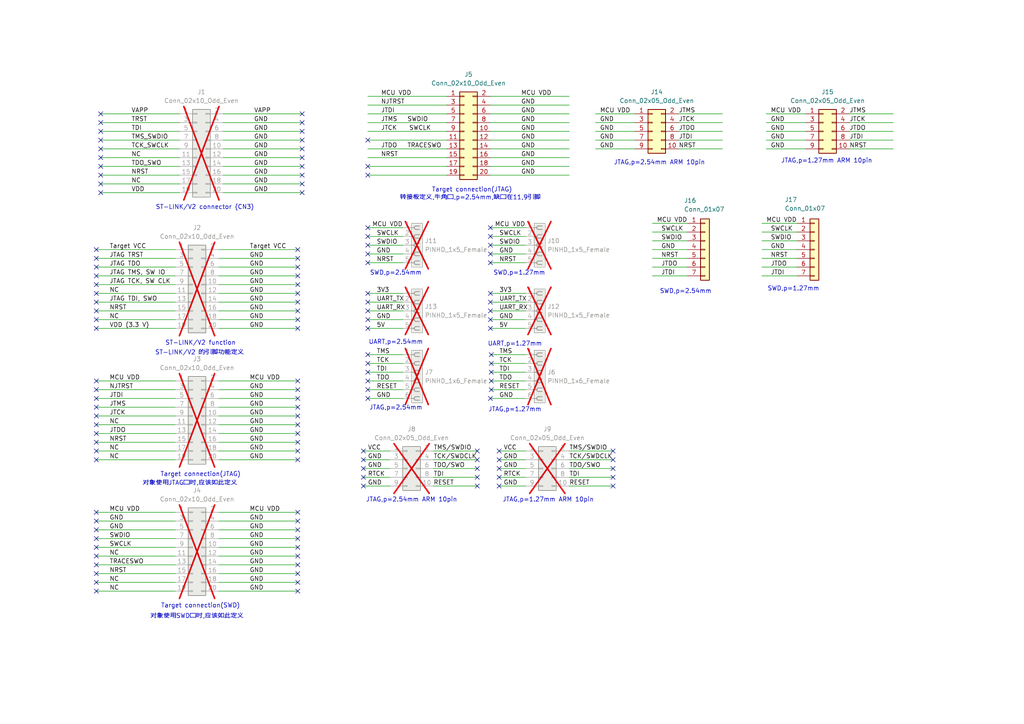
<source format=kicad_sch>
(kicad_sch
	(version 20250114)
	(generator "eeschema")
	(generator_version "9.0")
	(uuid "6568e1f8-e878-4487-a4c9-8d24f1132011")
	(paper "A4")
	(lib_symbols
		(symbol "Connector_Generic:Conn_01x07"
			(pin_names
				(offset 1.016)
				(hide yes)
			)
			(exclude_from_sim no)
			(in_bom yes)
			(on_board yes)
			(property "Reference" "J"
				(at 0 10.16 0)
				(effects
					(font
						(size 1.27 1.27)
					)
				)
			)
			(property "Value" "Conn_01x07"
				(at 0 -10.16 0)
				(effects
					(font
						(size 1.27 1.27)
					)
				)
			)
			(property "Footprint" ""
				(at 0 0 0)
				(effects
					(font
						(size 1.27 1.27)
					)
					(hide yes)
				)
			)
			(property "Datasheet" "~"
				(at 0 0 0)
				(effects
					(font
						(size 1.27 1.27)
					)
					(hide yes)
				)
			)
			(property "Description" "Generic connector, single row, 01x07, script generated (kicad-library-utils/schlib/autogen/connector/)"
				(at 0 0 0)
				(effects
					(font
						(size 1.27 1.27)
					)
					(hide yes)
				)
			)
			(property "ki_keywords" "connector"
				(at 0 0 0)
				(effects
					(font
						(size 1.27 1.27)
					)
					(hide yes)
				)
			)
			(property "ki_fp_filters" "Connector*:*_1x??_*"
				(at 0 0 0)
				(effects
					(font
						(size 1.27 1.27)
					)
					(hide yes)
				)
			)
			(symbol "Conn_01x07_1_1"
				(rectangle
					(start -1.27 8.89)
					(end 1.27 -8.89)
					(stroke
						(width 0.254)
						(type default)
					)
					(fill
						(type background)
					)
				)
				(rectangle
					(start -1.27 7.747)
					(end 0 7.493)
					(stroke
						(width 0.1524)
						(type default)
					)
					(fill
						(type none)
					)
				)
				(rectangle
					(start -1.27 5.207)
					(end 0 4.953)
					(stroke
						(width 0.1524)
						(type default)
					)
					(fill
						(type none)
					)
				)
				(rectangle
					(start -1.27 2.667)
					(end 0 2.413)
					(stroke
						(width 0.1524)
						(type default)
					)
					(fill
						(type none)
					)
				)
				(rectangle
					(start -1.27 0.127)
					(end 0 -0.127)
					(stroke
						(width 0.1524)
						(type default)
					)
					(fill
						(type none)
					)
				)
				(rectangle
					(start -1.27 -2.413)
					(end 0 -2.667)
					(stroke
						(width 0.1524)
						(type default)
					)
					(fill
						(type none)
					)
				)
				(rectangle
					(start -1.27 -4.953)
					(end 0 -5.207)
					(stroke
						(width 0.1524)
						(type default)
					)
					(fill
						(type none)
					)
				)
				(rectangle
					(start -1.27 -7.493)
					(end 0 -7.747)
					(stroke
						(width 0.1524)
						(type default)
					)
					(fill
						(type none)
					)
				)
				(pin passive line
					(at -5.08 7.62 0)
					(length 3.81)
					(name "Pin_1"
						(effects
							(font
								(size 1.27 1.27)
							)
						)
					)
					(number "1"
						(effects
							(font
								(size 1.27 1.27)
							)
						)
					)
				)
				(pin passive line
					(at -5.08 5.08 0)
					(length 3.81)
					(name "Pin_2"
						(effects
							(font
								(size 1.27 1.27)
							)
						)
					)
					(number "2"
						(effects
							(font
								(size 1.27 1.27)
							)
						)
					)
				)
				(pin passive line
					(at -5.08 2.54 0)
					(length 3.81)
					(name "Pin_3"
						(effects
							(font
								(size 1.27 1.27)
							)
						)
					)
					(number "3"
						(effects
							(font
								(size 1.27 1.27)
							)
						)
					)
				)
				(pin passive line
					(at -5.08 0 0)
					(length 3.81)
					(name "Pin_4"
						(effects
							(font
								(size 1.27 1.27)
							)
						)
					)
					(number "4"
						(effects
							(font
								(size 1.27 1.27)
							)
						)
					)
				)
				(pin passive line
					(at -5.08 -2.54 0)
					(length 3.81)
					(name "Pin_5"
						(effects
							(font
								(size 1.27 1.27)
							)
						)
					)
					(number "5"
						(effects
							(font
								(size 1.27 1.27)
							)
						)
					)
				)
				(pin passive line
					(at -5.08 -5.08 0)
					(length 3.81)
					(name "Pin_6"
						(effects
							(font
								(size 1.27 1.27)
							)
						)
					)
					(number "6"
						(effects
							(font
								(size 1.27 1.27)
							)
						)
					)
				)
				(pin passive line
					(at -5.08 -7.62 0)
					(length 3.81)
					(name "Pin_7"
						(effects
							(font
								(size 1.27 1.27)
							)
						)
					)
					(number "7"
						(effects
							(font
								(size 1.27 1.27)
							)
						)
					)
				)
			)
			(embedded_fonts no)
		)
		(symbol "Connector_Generic:Conn_02x05_Odd_Even"
			(pin_names
				(offset 1.016)
				(hide yes)
			)
			(exclude_from_sim no)
			(in_bom yes)
			(on_board yes)
			(property "Reference" "J"
				(at 1.27 7.62 0)
				(effects
					(font
						(size 1.27 1.27)
					)
				)
			)
			(property "Value" "Conn_02x05_Odd_Even"
				(at 1.27 -7.62 0)
				(effects
					(font
						(size 1.27 1.27)
					)
				)
			)
			(property "Footprint" ""
				(at 0 0 0)
				(effects
					(font
						(size 1.27 1.27)
					)
					(hide yes)
				)
			)
			(property "Datasheet" "~"
				(at 0 0 0)
				(effects
					(font
						(size 1.27 1.27)
					)
					(hide yes)
				)
			)
			(property "Description" "Generic connector, double row, 02x05, odd/even pin numbering scheme (row 1 odd numbers, row 2 even numbers), script generated (kicad-library-utils/schlib/autogen/connector/)"
				(at 0 0 0)
				(effects
					(font
						(size 1.27 1.27)
					)
					(hide yes)
				)
			)
			(property "ki_keywords" "connector"
				(at 0 0 0)
				(effects
					(font
						(size 1.27 1.27)
					)
					(hide yes)
				)
			)
			(property "ki_fp_filters" "Connector*:*_2x??_*"
				(at 0 0 0)
				(effects
					(font
						(size 1.27 1.27)
					)
					(hide yes)
				)
			)
			(symbol "Conn_02x05_Odd_Even_1_1"
				(rectangle
					(start -1.27 6.35)
					(end 3.81 -6.35)
					(stroke
						(width 0.254)
						(type default)
					)
					(fill
						(type background)
					)
				)
				(rectangle
					(start -1.27 5.207)
					(end 0 4.953)
					(stroke
						(width 0.1524)
						(type default)
					)
					(fill
						(type none)
					)
				)
				(rectangle
					(start -1.27 2.667)
					(end 0 2.413)
					(stroke
						(width 0.1524)
						(type default)
					)
					(fill
						(type none)
					)
				)
				(rectangle
					(start -1.27 0.127)
					(end 0 -0.127)
					(stroke
						(width 0.1524)
						(type default)
					)
					(fill
						(type none)
					)
				)
				(rectangle
					(start -1.27 -2.413)
					(end 0 -2.667)
					(stroke
						(width 0.1524)
						(type default)
					)
					(fill
						(type none)
					)
				)
				(rectangle
					(start -1.27 -4.953)
					(end 0 -5.207)
					(stroke
						(width 0.1524)
						(type default)
					)
					(fill
						(type none)
					)
				)
				(rectangle
					(start 3.81 5.207)
					(end 2.54 4.953)
					(stroke
						(width 0.1524)
						(type default)
					)
					(fill
						(type none)
					)
				)
				(rectangle
					(start 3.81 2.667)
					(end 2.54 2.413)
					(stroke
						(width 0.1524)
						(type default)
					)
					(fill
						(type none)
					)
				)
				(rectangle
					(start 3.81 0.127)
					(end 2.54 -0.127)
					(stroke
						(width 0.1524)
						(type default)
					)
					(fill
						(type none)
					)
				)
				(rectangle
					(start 3.81 -2.413)
					(end 2.54 -2.667)
					(stroke
						(width 0.1524)
						(type default)
					)
					(fill
						(type none)
					)
				)
				(rectangle
					(start 3.81 -4.953)
					(end 2.54 -5.207)
					(stroke
						(width 0.1524)
						(type default)
					)
					(fill
						(type none)
					)
				)
				(pin passive line
					(at -5.08 5.08 0)
					(length 3.81)
					(name "Pin_1"
						(effects
							(font
								(size 1.27 1.27)
							)
						)
					)
					(number "1"
						(effects
							(font
								(size 1.27 1.27)
							)
						)
					)
				)
				(pin passive line
					(at -5.08 2.54 0)
					(length 3.81)
					(name "Pin_3"
						(effects
							(font
								(size 1.27 1.27)
							)
						)
					)
					(number "3"
						(effects
							(font
								(size 1.27 1.27)
							)
						)
					)
				)
				(pin passive line
					(at -5.08 0 0)
					(length 3.81)
					(name "Pin_5"
						(effects
							(font
								(size 1.27 1.27)
							)
						)
					)
					(number "5"
						(effects
							(font
								(size 1.27 1.27)
							)
						)
					)
				)
				(pin passive line
					(at -5.08 -2.54 0)
					(length 3.81)
					(name "Pin_7"
						(effects
							(font
								(size 1.27 1.27)
							)
						)
					)
					(number "7"
						(effects
							(font
								(size 1.27 1.27)
							)
						)
					)
				)
				(pin passive line
					(at -5.08 -5.08 0)
					(length 3.81)
					(name "Pin_9"
						(effects
							(font
								(size 1.27 1.27)
							)
						)
					)
					(number "9"
						(effects
							(font
								(size 1.27 1.27)
							)
						)
					)
				)
				(pin passive line
					(at 7.62 5.08 180)
					(length 3.81)
					(name "Pin_2"
						(effects
							(font
								(size 1.27 1.27)
							)
						)
					)
					(number "2"
						(effects
							(font
								(size 1.27 1.27)
							)
						)
					)
				)
				(pin passive line
					(at 7.62 2.54 180)
					(length 3.81)
					(name "Pin_4"
						(effects
							(font
								(size 1.27 1.27)
							)
						)
					)
					(number "4"
						(effects
							(font
								(size 1.27 1.27)
							)
						)
					)
				)
				(pin passive line
					(at 7.62 0 180)
					(length 3.81)
					(name "Pin_6"
						(effects
							(font
								(size 1.27 1.27)
							)
						)
					)
					(number "6"
						(effects
							(font
								(size 1.27 1.27)
							)
						)
					)
				)
				(pin passive line
					(at 7.62 -2.54 180)
					(length 3.81)
					(name "Pin_8"
						(effects
							(font
								(size 1.27 1.27)
							)
						)
					)
					(number "8"
						(effects
							(font
								(size 1.27 1.27)
							)
						)
					)
				)
				(pin passive line
					(at 7.62 -5.08 180)
					(length 3.81)
					(name "Pin_10"
						(effects
							(font
								(size 1.27 1.27)
							)
						)
					)
					(number "10"
						(effects
							(font
								(size 1.27 1.27)
							)
						)
					)
				)
			)
			(embedded_fonts no)
		)
		(symbol "Connector_Generic:Conn_02x10_Odd_Even"
			(pin_names
				(offset 1.016)
				(hide yes)
			)
			(exclude_from_sim no)
			(in_bom yes)
			(on_board yes)
			(property "Reference" "J"
				(at 1.27 12.7 0)
				(effects
					(font
						(size 1.27 1.27)
					)
				)
			)
			(property "Value" "Conn_02x10_Odd_Even"
				(at 1.27 -15.24 0)
				(effects
					(font
						(size 1.27 1.27)
					)
				)
			)
			(property "Footprint" ""
				(at 0 0 0)
				(effects
					(font
						(size 1.27 1.27)
					)
					(hide yes)
				)
			)
			(property "Datasheet" "~"
				(at 0 0 0)
				(effects
					(font
						(size 1.27 1.27)
					)
					(hide yes)
				)
			)
			(property "Description" "Generic connector, double row, 02x10, odd/even pin numbering scheme (row 1 odd numbers, row 2 even numbers), script generated (kicad-library-utils/schlib/autogen/connector/)"
				(at 0 0 0)
				(effects
					(font
						(size 1.27 1.27)
					)
					(hide yes)
				)
			)
			(property "ki_keywords" "connector"
				(at 0 0 0)
				(effects
					(font
						(size 1.27 1.27)
					)
					(hide yes)
				)
			)
			(property "ki_fp_filters" "Connector*:*_2x??_*"
				(at 0 0 0)
				(effects
					(font
						(size 1.27 1.27)
					)
					(hide yes)
				)
			)
			(symbol "Conn_02x10_Odd_Even_1_1"
				(rectangle
					(start -1.27 11.43)
					(end 3.81 -13.97)
					(stroke
						(width 0.254)
						(type default)
					)
					(fill
						(type background)
					)
				)
				(rectangle
					(start -1.27 10.287)
					(end 0 10.033)
					(stroke
						(width 0.1524)
						(type default)
					)
					(fill
						(type none)
					)
				)
				(rectangle
					(start -1.27 7.747)
					(end 0 7.493)
					(stroke
						(width 0.1524)
						(type default)
					)
					(fill
						(type none)
					)
				)
				(rectangle
					(start -1.27 5.207)
					(end 0 4.953)
					(stroke
						(width 0.1524)
						(type default)
					)
					(fill
						(type none)
					)
				)
				(rectangle
					(start -1.27 2.667)
					(end 0 2.413)
					(stroke
						(width 0.1524)
						(type default)
					)
					(fill
						(type none)
					)
				)
				(rectangle
					(start -1.27 0.127)
					(end 0 -0.127)
					(stroke
						(width 0.1524)
						(type default)
					)
					(fill
						(type none)
					)
				)
				(rectangle
					(start -1.27 -2.413)
					(end 0 -2.667)
					(stroke
						(width 0.1524)
						(type default)
					)
					(fill
						(type none)
					)
				)
				(rectangle
					(start -1.27 -4.953)
					(end 0 -5.207)
					(stroke
						(width 0.1524)
						(type default)
					)
					(fill
						(type none)
					)
				)
				(rectangle
					(start -1.27 -7.493)
					(end 0 -7.747)
					(stroke
						(width 0.1524)
						(type default)
					)
					(fill
						(type none)
					)
				)
				(rectangle
					(start -1.27 -10.033)
					(end 0 -10.287)
					(stroke
						(width 0.1524)
						(type default)
					)
					(fill
						(type none)
					)
				)
				(rectangle
					(start -1.27 -12.573)
					(end 0 -12.827)
					(stroke
						(width 0.1524)
						(type default)
					)
					(fill
						(type none)
					)
				)
				(rectangle
					(start 3.81 10.287)
					(end 2.54 10.033)
					(stroke
						(width 0.1524)
						(type default)
					)
					(fill
						(type none)
					)
				)
				(rectangle
					(start 3.81 7.747)
					(end 2.54 7.493)
					(stroke
						(width 0.1524)
						(type default)
					)
					(fill
						(type none)
					)
				)
				(rectangle
					(start 3.81 5.207)
					(end 2.54 4.953)
					(stroke
						(width 0.1524)
						(type default)
					)
					(fill
						(type none)
					)
				)
				(rectangle
					(start 3.81 2.667)
					(end 2.54 2.413)
					(stroke
						(width 0.1524)
						(type default)
					)
					(fill
						(type none)
					)
				)
				(rectangle
					(start 3.81 0.127)
					(end 2.54 -0.127)
					(stroke
						(width 0.1524)
						(type default)
					)
					(fill
						(type none)
					)
				)
				(rectangle
					(start 3.81 -2.413)
					(end 2.54 -2.667)
					(stroke
						(width 0.1524)
						(type default)
					)
					(fill
						(type none)
					)
				)
				(rectangle
					(start 3.81 -4.953)
					(end 2.54 -5.207)
					(stroke
						(width 0.1524)
						(type default)
					)
					(fill
						(type none)
					)
				)
				(rectangle
					(start 3.81 -7.493)
					(end 2.54 -7.747)
					(stroke
						(width 0.1524)
						(type default)
					)
					(fill
						(type none)
					)
				)
				(rectangle
					(start 3.81 -10.033)
					(end 2.54 -10.287)
					(stroke
						(width 0.1524)
						(type default)
					)
					(fill
						(type none)
					)
				)
				(rectangle
					(start 3.81 -12.573)
					(end 2.54 -12.827)
					(stroke
						(width 0.1524)
						(type default)
					)
					(fill
						(type none)
					)
				)
				(pin passive line
					(at -5.08 10.16 0)
					(length 3.81)
					(name "Pin_1"
						(effects
							(font
								(size 1.27 1.27)
							)
						)
					)
					(number "1"
						(effects
							(font
								(size 1.27 1.27)
							)
						)
					)
				)
				(pin passive line
					(at -5.08 7.62 0)
					(length 3.81)
					(name "Pin_3"
						(effects
							(font
								(size 1.27 1.27)
							)
						)
					)
					(number "3"
						(effects
							(font
								(size 1.27 1.27)
							)
						)
					)
				)
				(pin passive line
					(at -5.08 5.08 0)
					(length 3.81)
					(name "Pin_5"
						(effects
							(font
								(size 1.27 1.27)
							)
						)
					)
					(number "5"
						(effects
							(font
								(size 1.27 1.27)
							)
						)
					)
				)
				(pin passive line
					(at -5.08 2.54 0)
					(length 3.81)
					(name "Pin_7"
						(effects
							(font
								(size 1.27 1.27)
							)
						)
					)
					(number "7"
						(effects
							(font
								(size 1.27 1.27)
							)
						)
					)
				)
				(pin passive line
					(at -5.08 0 0)
					(length 3.81)
					(name "Pin_9"
						(effects
							(font
								(size 1.27 1.27)
							)
						)
					)
					(number "9"
						(effects
							(font
								(size 1.27 1.27)
							)
						)
					)
				)
				(pin passive line
					(at -5.08 -2.54 0)
					(length 3.81)
					(name "Pin_11"
						(effects
							(font
								(size 1.27 1.27)
							)
						)
					)
					(number "11"
						(effects
							(font
								(size 1.27 1.27)
							)
						)
					)
				)
				(pin passive line
					(at -5.08 -5.08 0)
					(length 3.81)
					(name "Pin_13"
						(effects
							(font
								(size 1.27 1.27)
							)
						)
					)
					(number "13"
						(effects
							(font
								(size 1.27 1.27)
							)
						)
					)
				)
				(pin passive line
					(at -5.08 -7.62 0)
					(length 3.81)
					(name "Pin_15"
						(effects
							(font
								(size 1.27 1.27)
							)
						)
					)
					(number "15"
						(effects
							(font
								(size 1.27 1.27)
							)
						)
					)
				)
				(pin passive line
					(at -5.08 -10.16 0)
					(length 3.81)
					(name "Pin_17"
						(effects
							(font
								(size 1.27 1.27)
							)
						)
					)
					(number "17"
						(effects
							(font
								(size 1.27 1.27)
							)
						)
					)
				)
				(pin passive line
					(at -5.08 -12.7 0)
					(length 3.81)
					(name "Pin_19"
						(effects
							(font
								(size 1.27 1.27)
							)
						)
					)
					(number "19"
						(effects
							(font
								(size 1.27 1.27)
							)
						)
					)
				)
				(pin passive line
					(at 7.62 10.16 180)
					(length 3.81)
					(name "Pin_2"
						(effects
							(font
								(size 1.27 1.27)
							)
						)
					)
					(number "2"
						(effects
							(font
								(size 1.27 1.27)
							)
						)
					)
				)
				(pin passive line
					(at 7.62 7.62 180)
					(length 3.81)
					(name "Pin_4"
						(effects
							(font
								(size 1.27 1.27)
							)
						)
					)
					(number "4"
						(effects
							(font
								(size 1.27 1.27)
							)
						)
					)
				)
				(pin passive line
					(at 7.62 5.08 180)
					(length 3.81)
					(name "Pin_6"
						(effects
							(font
								(size 1.27 1.27)
							)
						)
					)
					(number "6"
						(effects
							(font
								(size 1.27 1.27)
							)
						)
					)
				)
				(pin passive line
					(at 7.62 2.54 180)
					(length 3.81)
					(name "Pin_8"
						(effects
							(font
								(size 1.27 1.27)
							)
						)
					)
					(number "8"
						(effects
							(font
								(size 1.27 1.27)
							)
						)
					)
				)
				(pin passive line
					(at 7.62 0 180)
					(length 3.81)
					(name "Pin_10"
						(effects
							(font
								(size 1.27 1.27)
							)
						)
					)
					(number "10"
						(effects
							(font
								(size 1.27 1.27)
							)
						)
					)
				)
				(pin passive line
					(at 7.62 -2.54 180)
					(length 3.81)
					(name "Pin_12"
						(effects
							(font
								(size 1.27 1.27)
							)
						)
					)
					(number "12"
						(effects
							(font
								(size 1.27 1.27)
							)
						)
					)
				)
				(pin passive line
					(at 7.62 -5.08 180)
					(length 3.81)
					(name "Pin_14"
						(effects
							(font
								(size 1.27 1.27)
							)
						)
					)
					(number "14"
						(effects
							(font
								(size 1.27 1.27)
							)
						)
					)
				)
				(pin passive line
					(at 7.62 -7.62 180)
					(length 3.81)
					(name "Pin_16"
						(effects
							(font
								(size 1.27 1.27)
							)
						)
					)
					(number "16"
						(effects
							(font
								(size 1.27 1.27)
							)
						)
					)
				)
				(pin passive line
					(at 7.62 -10.16 180)
					(length 3.81)
					(name "Pin_18"
						(effects
							(font
								(size 1.27 1.27)
							)
						)
					)
					(number "18"
						(effects
							(font
								(size 1.27 1.27)
							)
						)
					)
				)
				(pin passive line
					(at 7.62 -12.7 180)
					(length 3.81)
					(name "Pin_20"
						(effects
							(font
								(size 1.27 1.27)
							)
						)
					)
					(number "20"
						(effects
							(font
								(size 1.27 1.27)
							)
						)
					)
				)
			)
			(embedded_fonts no)
		)
		(symbol "PCM_SL_Pin_Headers:PINHD_1x5_Female"
			(exclude_from_sim no)
			(in_bom yes)
			(on_board yes)
			(property "Reference" "J"
				(at 0 11.43 0)
				(effects
					(font
						(size 1.27 1.27)
					)
				)
			)
			(property "Value" "PINHD_1x5_Female"
				(at 0 8.89 0)
				(effects
					(font
						(size 1.27 1.27)
					)
				)
			)
			(property "Footprint" "Connector_PinSocket_2.54mm:PinSocket_1x05_P2.54mm_Vertical"
				(at 2.54 13.97 0)
				(effects
					(font
						(size 1.27 1.27)
					)
					(hide yes)
				)
			)
			(property "Datasheet" ""
				(at 0 11.43 0)
				(effects
					(font
						(size 1.27 1.27)
					)
					(hide yes)
				)
			)
			(property "Description" "Pin Header female with pin space 2.54mm. Pin Count -5"
				(at 0 0 0)
				(effects
					(font
						(size 1.27 1.27)
					)
					(hide yes)
				)
			)
			(property "ki_keywords" "Pin Header"
				(at 0 0 0)
				(effects
					(font
						(size 1.27 1.27)
					)
					(hide yes)
				)
			)
			(property "ki_fp_filters" "PinSocket_1x05_P2.54mm*"
				(at 0 0 0)
				(effects
					(font
						(size 1.27 1.27)
					)
					(hide yes)
				)
			)
			(symbol "PINHD_1x5_Female_0_1"
				(rectangle
					(start -1.27 6.35)
					(end 1.905 -6.35)
					(stroke
						(width 0)
						(type default)
					)
					(fill
						(type background)
					)
				)
				(polyline
					(pts
						(xy -1.27 5.08) (xy -0.508 5.08)
					)
					(stroke
						(width 0.25)
						(type default)
					)
					(fill
						(type none)
					)
				)
				(polyline
					(pts
						(xy -1.27 2.54) (xy -0.508 2.54)
					)
					(stroke
						(width 0.25)
						(type default)
					)
					(fill
						(type none)
					)
				)
				(polyline
					(pts
						(xy -1.27 0) (xy -0.508 0)
					)
					(stroke
						(width 0.25)
						(type default)
					)
					(fill
						(type none)
					)
				)
				(polyline
					(pts
						(xy -1.27 -2.54) (xy -0.508 -2.54)
					)
					(stroke
						(width 0.25)
						(type default)
					)
					(fill
						(type none)
					)
				)
				(polyline
					(pts
						(xy -1.27 -5.08) (xy -0.508 -5.08)
					)
					(stroke
						(width 0.25)
						(type default)
					)
					(fill
						(type none)
					)
				)
				(polyline
					(pts
						(xy 0 5.588) (xy 1.016 5.588)
					)
					(stroke
						(width 0.25)
						(type default)
					)
					(fill
						(type none)
					)
				)
				(arc
					(start -0.508 5.08)
					(mid -0.3592 5.4392)
					(end 0 5.588)
					(stroke
						(width 0.25)
						(type default)
					)
					(fill
						(type none)
					)
				)
				(arc
					(start 0 4.572)
					(mid -0.3592 4.7208)
					(end -0.508 5.08)
					(stroke
						(width 0.25)
						(type default)
					)
					(fill
						(type none)
					)
				)
				(polyline
					(pts
						(xy 0 4.572) (xy 1.016 4.572)
					)
					(stroke
						(width 0.25)
						(type default)
					)
					(fill
						(type none)
					)
				)
				(polyline
					(pts
						(xy 0 3.048) (xy 1.016 3.048)
					)
					(stroke
						(width 0.25)
						(type default)
					)
					(fill
						(type none)
					)
				)
				(arc
					(start -0.508 2.54)
					(mid -0.3592 2.8992)
					(end 0 3.048)
					(stroke
						(width 0.25)
						(type default)
					)
					(fill
						(type none)
					)
				)
				(arc
					(start 0 2.032)
					(mid -0.3592 2.1808)
					(end -0.508 2.54)
					(stroke
						(width 0.25)
						(type default)
					)
					(fill
						(type none)
					)
				)
				(polyline
					(pts
						(xy 0 2.032) (xy 1.016 2.032)
					)
					(stroke
						(width 0.25)
						(type default)
					)
					(fill
						(type none)
					)
				)
				(polyline
					(pts
						(xy 0 0.508) (xy 1.016 0.508)
					)
					(stroke
						(width 0.25)
						(type default)
					)
					(fill
						(type none)
					)
				)
				(arc
					(start -0.508 0)
					(mid -0.3592 0.3592)
					(end 0 0.508)
					(stroke
						(width 0.25)
						(type default)
					)
					(fill
						(type none)
					)
				)
				(arc
					(start 0 -0.508)
					(mid -0.3592 -0.3592)
					(end -0.508 0)
					(stroke
						(width 0.25)
						(type default)
					)
					(fill
						(type none)
					)
				)
				(polyline
					(pts
						(xy 0 -0.508) (xy 1.016 -0.508)
					)
					(stroke
						(width 0.25)
						(type default)
					)
					(fill
						(type none)
					)
				)
				(polyline
					(pts
						(xy 0 -2.032) (xy 1.016 -2.032)
					)
					(stroke
						(width 0.25)
						(type default)
					)
					(fill
						(type none)
					)
				)
				(arc
					(start -0.508 -2.54)
					(mid -0.3592 -2.1808)
					(end 0 -2.032)
					(stroke
						(width 0.25)
						(type default)
					)
					(fill
						(type none)
					)
				)
				(arc
					(start 0 -3.048)
					(mid -0.3592 -2.8992)
					(end -0.508 -2.54)
					(stroke
						(width 0.25)
						(type default)
					)
					(fill
						(type none)
					)
				)
				(polyline
					(pts
						(xy 0 -3.048) (xy 1.016 -3.048)
					)
					(stroke
						(width 0.25)
						(type default)
					)
					(fill
						(type none)
					)
				)
				(polyline
					(pts
						(xy 0 -4.572) (xy 1.016 -4.572)
					)
					(stroke
						(width 0.25)
						(type default)
					)
					(fill
						(type none)
					)
				)
				(arc
					(start -0.508 -5.08)
					(mid -0.3592 -4.7208)
					(end 0 -4.572)
					(stroke
						(width 0.25)
						(type default)
					)
					(fill
						(type none)
					)
				)
				(arc
					(start 0 -5.588)
					(mid -0.3592 -5.4392)
					(end -0.508 -5.08)
					(stroke
						(width 0.25)
						(type default)
					)
					(fill
						(type none)
					)
				)
				(polyline
					(pts
						(xy 0 -5.588) (xy 1.016 -5.588)
					)
					(stroke
						(width 0.25)
						(type default)
					)
					(fill
						(type none)
					)
				)
			)
			(symbol "PINHD_1x5_Female_1_1"
				(pin passive line
					(at -3.81 5.08 0)
					(length 2.54)
					(name ""
						(effects
							(font
								(size 1.27 1.27)
							)
						)
					)
					(number "1"
						(effects
							(font
								(size 1.27 1.27)
							)
						)
					)
				)
				(pin passive line
					(at -3.81 2.54 0)
					(length 2.54)
					(name ""
						(effects
							(font
								(size 1.27 1.27)
							)
						)
					)
					(number "2"
						(effects
							(font
								(size 1.27 1.27)
							)
						)
					)
				)
				(pin passive line
					(at -3.81 0 0)
					(length 2.54)
					(name ""
						(effects
							(font
								(size 1.27 1.27)
							)
						)
					)
					(number "3"
						(effects
							(font
								(size 1.27 1.27)
							)
						)
					)
				)
				(pin passive line
					(at -3.81 -2.54 0)
					(length 2.54)
					(name ""
						(effects
							(font
								(size 1.27 1.27)
							)
						)
					)
					(number "4"
						(effects
							(font
								(size 1.27 1.27)
							)
						)
					)
				)
				(pin passive line
					(at -3.81 -5.08 0)
					(length 2.54)
					(name ""
						(effects
							(font
								(size 1.27 1.27)
							)
						)
					)
					(number "5"
						(effects
							(font
								(size 1.27 1.27)
							)
						)
					)
				)
			)
			(embedded_fonts no)
		)
		(symbol "PCM_SL_Pin_Headers:PINHD_1x6_Female"
			(exclude_from_sim no)
			(in_bom yes)
			(on_board yes)
			(property "Reference" "J"
				(at 0 12.7 0)
				(effects
					(font
						(size 1.27 1.27)
					)
				)
			)
			(property "Value" "PINHD_1x6_Female"
				(at 0 10.16 0)
				(effects
					(font
						(size 1.27 1.27)
					)
				)
			)
			(property "Footprint" "Connector_PinSocket_2.54mm:PinSocket_1x06_P2.54mm_Vertical"
				(at 2.54 15.24 0)
				(effects
					(font
						(size 1.27 1.27)
					)
					(hide yes)
				)
			)
			(property "Datasheet" ""
				(at 0 12.7 0)
				(effects
					(font
						(size 1.27 1.27)
					)
					(hide yes)
				)
			)
			(property "Description" "Pin Header female with pin space 2.54mm. Pin Count -6"
				(at 0 0 0)
				(effects
					(font
						(size 1.27 1.27)
					)
					(hide yes)
				)
			)
			(property "ki_keywords" "Pin Header"
				(at 0 0 0)
				(effects
					(font
						(size 1.27 1.27)
					)
					(hide yes)
				)
			)
			(property "ki_fp_filters" "PinSocket_1x06_P2.54mm*"
				(at 0 0 0)
				(effects
					(font
						(size 1.27 1.27)
					)
					(hide yes)
				)
			)
			(symbol "PINHD_1x6_Female_0_1"
				(rectangle
					(start -1.27 7.62)
					(end 1.905 -7.62)
					(stroke
						(width 0)
						(type default)
					)
					(fill
						(type background)
					)
				)
				(polyline
					(pts
						(xy -1.27 6.35) (xy -0.508 6.35)
					)
					(stroke
						(width 0.25)
						(type default)
					)
					(fill
						(type none)
					)
				)
				(polyline
					(pts
						(xy -1.27 3.81) (xy -0.508 3.81)
					)
					(stroke
						(width 0.25)
						(type default)
					)
					(fill
						(type none)
					)
				)
				(polyline
					(pts
						(xy -1.27 1.27) (xy -0.508 1.27)
					)
					(stroke
						(width 0.25)
						(type default)
					)
					(fill
						(type none)
					)
				)
				(polyline
					(pts
						(xy -1.27 -1.27) (xy -0.508 -1.27)
					)
					(stroke
						(width 0.25)
						(type default)
					)
					(fill
						(type none)
					)
				)
				(polyline
					(pts
						(xy -1.27 -3.81) (xy -0.508 -3.81)
					)
					(stroke
						(width 0.25)
						(type default)
					)
					(fill
						(type none)
					)
				)
				(polyline
					(pts
						(xy -1.27 -6.35) (xy -0.508 -6.35)
					)
					(stroke
						(width 0.25)
						(type default)
					)
					(fill
						(type none)
					)
				)
				(polyline
					(pts
						(xy 0 6.858) (xy 1.016 6.858)
					)
					(stroke
						(width 0.25)
						(type default)
					)
					(fill
						(type none)
					)
				)
				(arc
					(start -0.508 6.35)
					(mid -0.3592 6.7092)
					(end 0 6.858)
					(stroke
						(width 0.25)
						(type default)
					)
					(fill
						(type none)
					)
				)
				(arc
					(start 0 5.842)
					(mid -0.3592 5.9908)
					(end -0.508 6.35)
					(stroke
						(width 0.25)
						(type default)
					)
					(fill
						(type none)
					)
				)
				(polyline
					(pts
						(xy 0 5.842) (xy 1.016 5.842)
					)
					(stroke
						(width 0.25)
						(type default)
					)
					(fill
						(type none)
					)
				)
				(polyline
					(pts
						(xy 0 4.318) (xy 1.016 4.318)
					)
					(stroke
						(width 0.25)
						(type default)
					)
					(fill
						(type none)
					)
				)
				(arc
					(start -0.508 3.81)
					(mid -0.3592 4.1692)
					(end 0 4.318)
					(stroke
						(width 0.25)
						(type default)
					)
					(fill
						(type none)
					)
				)
				(arc
					(start 0 3.302)
					(mid -0.3592 3.4508)
					(end -0.508 3.81)
					(stroke
						(width 0.25)
						(type default)
					)
					(fill
						(type none)
					)
				)
				(polyline
					(pts
						(xy 0 3.302) (xy 1.016 3.302)
					)
					(stroke
						(width 0.25)
						(type default)
					)
					(fill
						(type none)
					)
				)
				(polyline
					(pts
						(xy 0 1.778) (xy 1.016 1.778)
					)
					(stroke
						(width 0.25)
						(type default)
					)
					(fill
						(type none)
					)
				)
				(arc
					(start -0.508 1.27)
					(mid -0.3592 1.6292)
					(end 0 1.778)
					(stroke
						(width 0.25)
						(type default)
					)
					(fill
						(type none)
					)
				)
				(arc
					(start 0 0.762)
					(mid -0.3592 0.9108)
					(end -0.508 1.27)
					(stroke
						(width 0.25)
						(type default)
					)
					(fill
						(type none)
					)
				)
				(polyline
					(pts
						(xy 0 0.762) (xy 1.016 0.762)
					)
					(stroke
						(width 0.25)
						(type default)
					)
					(fill
						(type none)
					)
				)
				(polyline
					(pts
						(xy 0 -0.762) (xy 1.016 -0.762)
					)
					(stroke
						(width 0.25)
						(type default)
					)
					(fill
						(type none)
					)
				)
				(arc
					(start -0.508 -1.27)
					(mid -0.3592 -0.9108)
					(end 0 -0.762)
					(stroke
						(width 0.25)
						(type default)
					)
					(fill
						(type none)
					)
				)
				(arc
					(start 0 -1.778)
					(mid -0.3592 -1.6292)
					(end -0.508 -1.27)
					(stroke
						(width 0.25)
						(type default)
					)
					(fill
						(type none)
					)
				)
				(polyline
					(pts
						(xy 0 -1.778) (xy 1.016 -1.778)
					)
					(stroke
						(width 0.25)
						(type default)
					)
					(fill
						(type none)
					)
				)
				(polyline
					(pts
						(xy 0 -3.302) (xy 1.016 -3.302)
					)
					(stroke
						(width 0.25)
						(type default)
					)
					(fill
						(type none)
					)
				)
				(arc
					(start -0.508 -3.81)
					(mid -0.3592 -3.4508)
					(end 0 -3.302)
					(stroke
						(width 0.25)
						(type default)
					)
					(fill
						(type none)
					)
				)
				(arc
					(start 0 -4.318)
					(mid -0.3592 -4.1692)
					(end -0.508 -3.81)
					(stroke
						(width 0.25)
						(type default)
					)
					(fill
						(type none)
					)
				)
				(polyline
					(pts
						(xy 0 -4.318) (xy 1.016 -4.318)
					)
					(stroke
						(width 0.25)
						(type default)
					)
					(fill
						(type none)
					)
				)
				(polyline
					(pts
						(xy 0 -5.842) (xy 1.016 -5.842)
					)
					(stroke
						(width 0.25)
						(type default)
					)
					(fill
						(type none)
					)
				)
				(arc
					(start -0.508 -6.35)
					(mid -0.3592 -5.9908)
					(end 0 -5.842)
					(stroke
						(width 0.25)
						(type default)
					)
					(fill
						(type none)
					)
				)
				(arc
					(start 0 -6.858)
					(mid -0.3592 -6.7092)
					(end -0.508 -6.35)
					(stroke
						(width 0.25)
						(type default)
					)
					(fill
						(type none)
					)
				)
				(polyline
					(pts
						(xy 0 -6.858) (xy 1.016 -6.858)
					)
					(stroke
						(width 0.25)
						(type default)
					)
					(fill
						(type none)
					)
				)
			)
			(symbol "PINHD_1x6_Female_1_1"
				(pin passive line
					(at -3.81 6.35 0)
					(length 2.54)
					(name ""
						(effects
							(font
								(size 1.27 1.27)
							)
						)
					)
					(number "1"
						(effects
							(font
								(size 1.27 1.27)
							)
						)
					)
				)
				(pin passive line
					(at -3.81 3.81 0)
					(length 2.54)
					(name ""
						(effects
							(font
								(size 1.27 1.27)
							)
						)
					)
					(number "2"
						(effects
							(font
								(size 1.27 1.27)
							)
						)
					)
				)
				(pin passive line
					(at -3.81 1.27 0)
					(length 2.54)
					(name ""
						(effects
							(font
								(size 1.27 1.27)
							)
						)
					)
					(number "3"
						(effects
							(font
								(size 1.27 1.27)
							)
						)
					)
				)
				(pin passive line
					(at -3.81 -1.27 0)
					(length 2.54)
					(name ""
						(effects
							(font
								(size 1.27 1.27)
							)
						)
					)
					(number "4"
						(effects
							(font
								(size 1.27 1.27)
							)
						)
					)
				)
				(pin passive line
					(at -3.81 -3.81 0)
					(length 2.54)
					(name ""
						(effects
							(font
								(size 1.27 1.27)
							)
						)
					)
					(number "5"
						(effects
							(font
								(size 1.27 1.27)
							)
						)
					)
				)
				(pin passive line
					(at -3.81 -6.35 0)
					(length 2.54)
					(name ""
						(effects
							(font
								(size 1.27 1.27)
							)
						)
					)
					(number "6"
						(effects
							(font
								(size 1.27 1.27)
							)
						)
					)
				)
			)
			(embedded_fonts no)
		)
	)
	(text "SWD,p=2.54mm"
		(exclude_from_sim no)
		(at 198.882 84.582 0)
		(effects
			(font
				(size 1.27 1.27)
			)
		)
		(uuid "00513b0a-d8b7-4c38-9376-efe802e5ed8d")
	)
	(text "UART,p=2.54mm"
		(exclude_from_sim no)
		(at 114.808 99.314 0)
		(effects
			(font
				(size 1.27 1.27)
			)
		)
		(uuid "05027b74-80ba-40c7-ae84-3b2efedcdd99")
	)
	(text "Target connection(JTAG)"
		(exclude_from_sim no)
		(at 58.166 137.668 0)
		(effects
			(font
				(size 1.27 1.27)
			)
		)
		(uuid "1b714e3a-7ae2-4822-9ee8-b50ca16a791a")
	)
	(text "Target connection(JTAG)"
		(exclude_from_sim no)
		(at 136.906 55.118 0)
		(effects
			(font
				(size 1.27 1.27)
			)
		)
		(uuid "24ce0758-2ca5-411b-8da7-3c3fd8976fd4")
	)
	(text "JTAG,p=1.27mm ARM 10pin"
		(exclude_from_sim no)
		(at 159.004 145.034 0)
		(effects
			(font
				(size 1.27 1.27)
			)
		)
		(uuid "29ceb358-a9bb-404d-8013-33cd0d3e355d")
	)
	(text "ST-LINK/V2 function"
		(exclude_from_sim no)
		(at 58.166 99.568 0)
		(effects
			(font
				(size 1.27 1.27)
			)
		)
		(uuid "41f694a1-84b6-488a-a085-d3d0ffede7b1")
	)
	(text "转接板定义,牛角口,p=2.54mm,缺口在11,9引脚"
		(exclude_from_sim no)
		(at 136.398 57.404 0)
		(effects
			(font
				(size 1.27 1.27)
			)
		)
		(uuid "59c567b7-1086-4cc0-9a30-7a33305c3394")
	)
	(text "SWD,p=2.54mm"
		(exclude_from_sim no)
		(at 114.808 79.248 0)
		(effects
			(font
				(size 1.27 1.27)
			)
		)
		(uuid "6bbbca30-5729-4f07-982a-432489229962")
	)
	(text "JTAG,p=2.54mm ARM 10pin"
		(exclude_from_sim no)
		(at 119.38 145.034 0)
		(effects
			(font
				(size 1.27 1.27)
			)
		)
		(uuid "709a31e0-1132-488a-885d-d01172bba2cf")
	)
	(text "UART,p=1.27mm"
		(exclude_from_sim no)
		(at 149.352 99.822 0)
		(effects
			(font
				(size 1.27 1.27)
			)
		)
		(uuid "74573835-bf64-4d8b-a0c2-25fcd1143321")
	)
	(text "JTAG,p=2.54mm"
		(exclude_from_sim no)
		(at 114.808 118.364 0)
		(effects
			(font
				(size 1.27 1.27)
			)
		)
		(uuid "78b7179f-cc84-409e-ac31-b7e589a2f3b1")
	)
	(text "JTAG,p=1.27mm ARM 10pin"
		(exclude_from_sim no)
		(at 239.776 46.736 0)
		(effects
			(font
				(size 1.27 1.27)
			)
		)
		(uuid "7c04e5cc-1a49-4cd0-afa4-72a37da04107")
	)
	(text "JTAG,p=1.27mm"
		(exclude_from_sim no)
		(at 149.352 118.872 0)
		(effects
			(font
				(size 1.27 1.27)
			)
		)
		(uuid "7faa68d3-f735-420f-88c3-5ee471dbfc5c")
	)
	(text "Target connection(SWD)"
		(exclude_from_sim no)
		(at 58.166 175.768 0)
		(effects
			(font
				(size 1.27 1.27)
			)
		)
		(uuid "8315de25-ca34-4761-a459-a81d2d8487e0")
	)
	(text "对象使用JTAG口时,应该如此定义\n"
		(exclude_from_sim no)
		(at 55.118 140.208 0)
		(effects
			(font
				(size 1.27 1.27)
			)
		)
		(uuid "8ed6602a-2111-4ab5-9654-a3d44bb07d70")
	)
	(text "SWD,p=1.27mm"
		(exclude_from_sim no)
		(at 150.622 79.248 0)
		(effects
			(font
				(size 1.27 1.27)
			)
		)
		(uuid "9a143786-8b74-4040-887f-58c33898a3ab")
	)
	(text "ST-LINK/V2 的引脚功能定义\n"
		(exclude_from_sim no)
		(at 57.912 102.362 0)
		(effects
			(font
				(size 1.27 1.27)
			)
		)
		(uuid "a05da9d5-7f6c-48ce-b346-9f17b5f6fec8")
	)
	(text "JTAG,p=2.54mm ARM 10pin"
		(exclude_from_sim no)
		(at 191.262 47.244 0)
		(effects
			(font
				(size 1.27 1.27)
			)
		)
		(uuid "e0591b7a-36a3-4e3f-8d39-46186b2db478")
	)
	(text "ST-LINK/V2 connector (CN3)"
		(exclude_from_sim no)
		(at 59.436 60.198 0)
		(effects
			(font
				(size 1.27 1.27)
			)
		)
		(uuid "ebe03d83-452a-4e8b-b0c7-b66a6e7065e0")
	)
	(text "SWD,p=1.27mm"
		(exclude_from_sim no)
		(at 230.124 83.82 0)
		(effects
			(font
				(size 1.27 1.27)
			)
		)
		(uuid "fcc80a2a-f263-4168-9976-b4ad5c8a44fd")
	)
	(text "对象使用SWD口时,应该如此定义\n"
		(exclude_from_sim no)
		(at 57.15 178.816 0)
		(effects
			(font
				(size 1.27 1.27)
			)
		)
		(uuid "fde6b6b4-6571-46e2-adc5-d83f6ecf787d")
	)
	(no_connect
		(at 29.21 53.34)
		(uuid "001ae9df-830c-4e90-926b-43a55d7cdb0e")
	)
	(no_connect
		(at 27.94 115.57)
		(uuid "005ac06a-0645-476e-9fab-5a2085403db0")
	)
	(no_connect
		(at 27.94 130.81)
		(uuid "01bedf32-ea37-4f7e-8702-07d9d493684f")
	)
	(no_connect
		(at 87.63 48.26)
		(uuid "02267aad-7f8f-4ec9-8570-2f19847841bd")
	)
	(no_connect
		(at 29.21 43.18)
		(uuid "061037fa-3102-4006-ae9b-9985667b2beb")
	)
	(no_connect
		(at 86.36 113.03)
		(uuid "087f2f6e-9de4-4396-8198-86dfe5dbc492")
	)
	(no_connect
		(at 142.24 95.25)
		(uuid "0af8b18d-15a8-4266-99bb-bc650cbc8866")
	)
	(no_connect
		(at 86.36 82.55)
		(uuid "0b1acbc8-fc71-4aa5-bb86-36dd8b118739")
	)
	(no_connect
		(at 144.78 130.81)
		(uuid "0c51ee27-ff65-4b45-bd68-d2a5cb0d50fb")
	)
	(no_connect
		(at 106.68 105.41)
		(uuid "0f629713-457e-45d8-9517-1df86dde0651")
	)
	(no_connect
		(at 29.21 55.88)
		(uuid "0fc32a52-137b-4b76-a243-ffa4f5c1b7e1")
	)
	(no_connect
		(at 86.36 72.39)
		(uuid "10d244c5-153f-45bd-964c-ecdb6d84f696")
	)
	(no_connect
		(at 142.24 115.57)
		(uuid "10fb3fdf-f465-4ac1-99a6-e8bc351e1850")
	)
	(no_connect
		(at 27.94 163.83)
		(uuid "1155baae-de87-4588-b457-d38a1385189b")
	)
	(no_connect
		(at 86.36 118.11)
		(uuid "1217c742-35e5-4cb4-a392-5e8da1362c4e")
	)
	(no_connect
		(at 142.24 92.71)
		(uuid "12669bf6-62e7-4ba9-9e47-66222028b891")
	)
	(no_connect
		(at 29.21 48.26)
		(uuid "131940db-debf-46b4-b606-c02d6fb10320")
	)
	(no_connect
		(at 106.68 90.17)
		(uuid "13e4ebf5-2997-49f4-ab34-151f65912982")
	)
	(no_connect
		(at 86.36 161.29)
		(uuid "13f52b05-c1c2-4354-8ec4-d6c38883d429")
	)
	(no_connect
		(at 86.36 77.47)
		(uuid "151457fe-134b-4d24-9b26-157ba71ee4ce")
	)
	(no_connect
		(at 27.94 171.45)
		(uuid "1a0c19ef-51da-4aca-b65b-b7ddf89282a5")
	)
	(no_connect
		(at 27.94 118.11)
		(uuid "1aa03601-aed7-45e4-b9df-4397e4fca912")
	)
	(no_connect
		(at 87.63 50.8)
		(uuid "1adc97cf-716d-4200-9430-782b78fc4571")
	)
	(no_connect
		(at 138.43 138.43)
		(uuid "1b84e61e-5ec1-4cb0-a611-4a92ab6682c7")
	)
	(no_connect
		(at 86.36 74.93)
		(uuid "1be19e11-57db-43f7-b7d5-0b1774b9dd5e")
	)
	(no_connect
		(at 86.36 151.13)
		(uuid "1c22d115-2481-41b3-add3-898f6f0ef57e")
	)
	(no_connect
		(at 27.94 166.37)
		(uuid "1cb4c08f-a709-4ba2-9c69-3ace60d305c4")
	)
	(no_connect
		(at 105.41 140.97)
		(uuid "1d017d3a-4fc0-495d-a009-3c8fecc7240f")
	)
	(no_connect
		(at 144.78 133.35)
		(uuid "1ef5d145-8cd4-47fd-b17f-4c5b82681f96")
	)
	(no_connect
		(at 86.36 87.63)
		(uuid "27d152b1-f14e-4a41-a512-da045ed4be3c")
	)
	(no_connect
		(at 86.36 166.37)
		(uuid "2a273207-edb7-4493-8af0-8e1e53fa2b8e")
	)
	(no_connect
		(at 106.68 102.87)
		(uuid "2a799e5e-1592-48df-8f1a-1107179ee8ce")
	)
	(no_connect
		(at 29.21 35.56)
		(uuid "2d23b0ad-48bc-40a7-9496-fd91895de702")
	)
	(no_connect
		(at 86.36 130.81)
		(uuid "34a26a05-11f8-4cc9-a050-4380b41ef7bd")
	)
	(no_connect
		(at 87.63 53.34)
		(uuid "34e95b72-6628-42ec-99eb-bba471b6f7e4")
	)
	(no_connect
		(at 27.94 82.55)
		(uuid "357f731c-7ede-4a9b-b31e-c14a90e3a7af")
	)
	(no_connect
		(at 27.94 125.73)
		(uuid "3645eb7a-fd27-4e40-b2b6-b3db7c71f71a")
	)
	(no_connect
		(at 144.78 135.89)
		(uuid "3682dbd2-0020-4d9d-92b3-b0fb17d9bf38")
	)
	(no_connect
		(at 144.78 140.97)
		(uuid "3a4cdd78-eccf-4a38-af6c-67627d8cfeae")
	)
	(no_connect
		(at 86.36 92.71)
		(uuid "3a868438-6eab-4dbe-8295-6e1b468761a6")
	)
	(no_connect
		(at 105.41 130.81)
		(uuid "3ace4e74-00d1-4b38-ad97-03013d378c6f")
	)
	(no_connect
		(at 106.68 95.25)
		(uuid "3d133c0c-87e7-4a5b-9b91-86e3f653bc24")
	)
	(no_connect
		(at 142.24 90.17)
		(uuid "3f579c1c-fdf3-467e-b452-fd987a1efd99")
	)
	(no_connect
		(at 142.24 87.63)
		(uuid "4076681c-d6bc-4d8b-936a-f0902b5526c0")
	)
	(no_connect
		(at 87.63 38.1)
		(uuid "44427cdd-047b-486b-b330-6fc6011be2d5")
	)
	(no_connect
		(at 86.36 148.59)
		(uuid "4512ab81-b313-456d-8fef-2ed3c0e8340c")
	)
	(no_connect
		(at 105.41 135.89)
		(uuid "4654c038-4ba0-41d8-99cc-d9de60aeb110")
	)
	(no_connect
		(at 106.68 71.12)
		(uuid "47703a69-0b6c-46fc-91bb-814c0adf382d")
	)
	(no_connect
		(at 142.24 85.09)
		(uuid "48714322-66ce-4141-a4d0-2dc5e6daf137")
	)
	(no_connect
		(at 177.8 133.35)
		(uuid "49771084-dad7-4436-a5e1-b35d0773901a")
	)
	(no_connect
		(at 142.494 107.95)
		(uuid "4c9cca9d-88fb-4041-894f-b0f1774c6ef2")
	)
	(no_connect
		(at 106.68 92.71)
		(uuid "4ca37c84-bd07-4814-b2cf-22c7252783f7")
	)
	(no_connect
		(at 142.494 110.49)
		(uuid "4ff1ba2e-7983-4c1c-980a-17f810fde994")
	)
	(no_connect
		(at 106.68 110.49)
		(uuid "51e6f3a3-446b-4882-bdb4-76ab1b2a4274")
	)
	(no_connect
		(at 27.94 120.65)
		(uuid "51f11bd7-fedd-43e3-8067-238db5e2b2f6")
	)
	(no_connect
		(at 106.68 76.2)
		(uuid "536caafa-08ba-4ece-ab4f-6a1407dc1429")
	)
	(no_connect
		(at 86.36 125.73)
		(uuid "5968225a-625e-4bd3-8a65-391a431795ed")
	)
	(no_connect
		(at 138.43 135.89)
		(uuid "59b61388-0870-46be-8edc-f737d1f07a4c")
	)
	(no_connect
		(at 29.21 45.72)
		(uuid "5a155a59-b85c-403c-b17f-9d40408d6eec")
	)
	(no_connect
		(at 105.41 138.43)
		(uuid "5c510232-04c6-4833-bef4-1dcd4d40089f")
	)
	(no_connect
		(at 142.494 113.03)
		(uuid "5cac2c02-65a3-4fb6-8928-d9667fbc97fa")
	)
	(no_connect
		(at 27.94 95.25)
		(uuid "5de418ba-cc30-415f-b4ad-fb44b4115ff6")
	)
	(no_connect
		(at 27.94 151.13)
		(uuid "5e1a775f-4e03-4795-950e-5387de6ea977")
	)
	(no_connect
		(at 142.24 66.04)
		(uuid "5e232f81-b655-430e-9b9f-66afca96c18e")
	)
	(no_connect
		(at 86.36 110.49)
		(uuid "60a99c0b-1469-4068-b18f-390828d67d48")
	)
	(no_connect
		(at 86.36 123.19)
		(uuid "61f01a99-cbed-4239-bcf1-461a0b9c79a4")
	)
	(no_connect
		(at 86.36 156.21)
		(uuid "62a685d3-02aa-42ad-9ea7-a199a55c1a6e")
	)
	(no_connect
		(at 87.63 35.56)
		(uuid "64928d4c-b671-437c-8635-58764d464364")
	)
	(no_connect
		(at 86.36 85.09)
		(uuid "65fc15a0-89f4-4701-8ac8-32fe0d8df1bd")
	)
	(no_connect
		(at 27.94 133.35)
		(uuid "684656ba-b37d-4967-9354-bd624629333a")
	)
	(no_connect
		(at 27.94 77.47)
		(uuid "6860c4ab-9901-4e45-ad18-03f2e87d12b3")
	)
	(no_connect
		(at 142.24 73.66)
		(uuid "6ecc9a3f-429d-4d3f-9799-77e983314981")
	)
	(no_connect
		(at 177.8 130.81)
		(uuid "71d1eabb-94bd-424b-a783-fd5ca0f9fafa")
	)
	(no_connect
		(at 177.8 135.89)
		(uuid "79c1511e-711e-41f3-a073-ffe975174365")
	)
	(no_connect
		(at 106.68 113.03)
		(uuid "7c1d9988-2508-4c0d-b635-475bacb9e0fb")
	)
	(no_connect
		(at 106.68 107.95)
		(uuid "7c430767-4626-47e7-8c8d-4c5b9cd480b6")
	)
	(no_connect
		(at 138.43 133.35)
		(uuid "7caeea31-2a28-4b3f-97cd-1fe3909e7f42")
	)
	(no_connect
		(at 27.94 72.39)
		(uuid "7d505d39-15de-420e-b789-e958630f612d")
	)
	(no_connect
		(at 105.41 133.35)
		(uuid "82aef9d1-5ac4-4dca-8e6a-025873e15ffd")
	)
	(no_connect
		(at 29.21 33.02)
		(uuid "8334fb80-8711-4377-99f3-2f14a9aa3f4e")
	)
	(no_connect
		(at 27.94 148.59)
		(uuid "84c7fe00-5143-4c8f-973e-d81ec0bf46a1")
	)
	(no_connect
		(at 142.494 105.41)
		(uuid "86cb0680-3cce-42dc-bf8f-89a6cf0cb4e7")
	)
	(no_connect
		(at 86.36 120.65)
		(uuid "87e6b683-cf88-4189-9639-ce67b86d8d75")
	)
	(no_connect
		(at 27.94 74.93)
		(uuid "8a19bb7c-ac27-470a-a877-d765849b421f")
	)
	(no_connect
		(at 86.36 171.45)
		(uuid "90534528-c61e-44ec-b8a9-61f7d2960730")
	)
	(no_connect
		(at 106.68 50.8)
		(uuid "913c8d48-2a2b-49c3-a716-0ec1751619bc")
	)
	(no_connect
		(at 87.63 43.18)
		(uuid "92928d85-4551-4501-88a4-475469d80e23")
	)
	(no_connect
		(at 142.24 76.2)
		(uuid "94810106-d1fb-4a87-80d2-2b847146b8a9")
	)
	(no_connect
		(at 27.94 123.19)
		(uuid "9ad55962-95bf-4a93-9de1-1d9c3f03cb1c")
	)
	(no_connect
		(at 106.68 40.64)
		(uuid "9e0dbe91-d639-4efc-b7f7-d7ff5654b927")
	)
	(no_connect
		(at 86.36 168.91)
		(uuid "a09ca92e-6a64-424b-b916-00ceb07ec626")
	)
	(no_connect
		(at 142.24 68.58)
		(uuid "a8724113-31d0-405d-83fb-b9f1cef00e17")
	)
	(no_connect
		(at 106.68 68.58)
		(uuid "aa456dda-44e5-4340-9f03-020cb30a4acd")
	)
	(no_connect
		(at 86.36 163.83)
		(uuid "ad2dab96-b2d6-497d-b2c2-941e9c0d5745")
	)
	(no_connect
		(at 27.94 158.75)
		(uuid "b0c0d1a7-1933-4414-bff5-9cda2ae8e77d")
	)
	(no_connect
		(at 29.21 40.64)
		(uuid "b2ed0fb0-bb3c-433d-acff-ca832e6d8d12")
	)
	(no_connect
		(at 27.94 113.03)
		(uuid "b4a8c0e2-d914-4726-ae5c-b947207a8d65")
	)
	(no_connect
		(at 142.24 71.12)
		(uuid "ba002e26-d3bf-4e7e-b357-c2d5a4cb7c24")
	)
	(no_connect
		(at 138.43 130.81)
		(uuid "ba0e722c-5636-4704-bb9c-87ff52a04131")
	)
	(no_connect
		(at 27.94 153.67)
		(uuid "baeac33d-50e3-460e-97e2-53d8e493fccd")
	)
	(no_connect
		(at 27.94 110.49)
		(uuid "baec364e-ca2f-468e-a7dd-2988242dd21c")
	)
	(no_connect
		(at 27.94 87.63)
		(uuid "bf8850fb-8646-4838-a794-d458bdd72216")
	)
	(no_connect
		(at 138.43 140.97)
		(uuid "c1dbd612-bc45-4fa2-80ba-f8c647639f20")
	)
	(no_connect
		(at 86.36 128.27)
		(uuid "c709b7aa-39d7-4d65-ae52-899020a93b61")
	)
	(no_connect
		(at 106.68 115.57)
		(uuid "c7252b22-c044-40be-8b56-1a81653ee6a2")
	)
	(no_connect
		(at 177.8 138.43)
		(uuid "c8267fe3-74aa-4335-b34b-95496a7216dc")
	)
	(no_connect
		(at 106.68 73.66)
		(uuid "c893d636-6613-4b9f-9d74-46bc373d81d4")
	)
	(no_connect
		(at 27.94 92.71)
		(uuid "cc182ec9-f503-4d8d-87ce-4f892d8c2a25")
	)
	(no_connect
		(at 87.63 45.72)
		(uuid "cda6b160-6df2-481c-93df-6282d6938649")
	)
	(no_connect
		(at 87.63 40.64)
		(uuid "ce3d4108-d57a-4572-8052-1adaa4d2f886")
	)
	(no_connect
		(at 87.63 55.88)
		(uuid "cfc6b5bb-b3f8-4b18-8aa3-51ad0f4408b9")
	)
	(no_connect
		(at 27.94 90.17)
		(uuid "d085490a-f9f7-4113-9abe-7228823be734")
	)
	(no_connect
		(at 177.8 140.97)
		(uuid "d33b7d7c-d956-45f2-9e27-f561dc11d3f7")
	)
	(no_connect
		(at 106.68 87.63)
		(uuid "d97d0975-5dca-498a-aa8b-c1c744f7d3cb")
	)
	(no_connect
		(at 27.94 80.01)
		(uuid "d99eb725-7551-4aa2-87e0-74d6a3872e76")
	)
	(no_connect
		(at 106.68 66.04)
		(uuid "d9e69577-c0b7-42f6-8747-a418ddd70f70")
	)
	(no_connect
		(at 86.36 115.57)
		(uuid "db451716-29a9-4faf-949e-c1aef76f78ea")
	)
	(no_connect
		(at 86.36 158.75)
		(uuid "de1f5932-ccc2-47cf-b3b8-272088a6261c")
	)
	(no_connect
		(at 27.94 168.91)
		(uuid "de4714c1-2306-4c99-b966-1c90a727f503")
	)
	(no_connect
		(at 86.36 80.01)
		(uuid "e94dc798-0888-4b56-b112-acbb8da3df5e")
	)
	(no_connect
		(at 87.63 33.02)
		(uuid "ea8b4f25-018a-4970-bd75-2caabe717362")
	)
	(no_connect
		(at 27.94 85.09)
		(uuid "ece21020-5d63-422e-ae68-692d63c8b3fd")
	)
	(no_connect
		(at 86.36 95.25)
		(uuid "ed23ffc2-3ba3-4b35-b82b-4a4d8cec4421")
	)
	(no_connect
		(at 142.494 102.87)
		(uuid "ee754109-6523-43fb-a8c3-2e190a31c4ad")
	)
	(no_connect
		(at 86.36 90.17)
		(uuid "eff83897-0f95-4ca4-b065-e76dd690c914")
	)
	(no_connect
		(at 27.94 156.21)
		(uuid "f127de84-c262-47aa-be47-1cea860201cc")
	)
	(no_connect
		(at 29.21 50.8)
		(uuid "f1dd8279-d659-4ae0-8d6d-fbdeb47d24e5")
	)
	(no_connect
		(at 144.78 138.43)
		(uuid "f8c39728-a0c4-4f04-ad0a-cd740aee560a")
	)
	(no_connect
		(at 27.94 128.27)
		(uuid "f8ff6984-d7ef-479b-88fc-7d8d110caa4e")
	)
	(no_connect
		(at 86.36 133.35)
		(uuid "fa1efc36-5237-4a0c-8b6c-ed040ede9612")
	)
	(no_connect
		(at 86.36 153.67)
		(uuid "fa448843-c27d-44eb-a05b-71462c6f7eda")
	)
	(no_connect
		(at 106.68 48.26)
		(uuid "fbad0c0d-72a1-4784-9462-02d03072a976")
	)
	(no_connect
		(at 29.21 38.1)
		(uuid "fd705503-a486-49c6-8c80-16bfc513a690")
	)
	(no_connect
		(at 27.94 161.29)
		(uuid "fef2f6db-d817-4de4-9d7b-34e245600c84")
	)
	(no_connect
		(at 106.68 85.09)
		(uuid "ff1b2d5d-36c0-4389-887c-d13509342261")
	)
	(wire
		(pts
			(xy 189.23 72.39) (xy 199.39 72.39)
		)
		(stroke
			(width 0)
			(type default)
		)
		(uuid "02899b9a-f457-448b-8eea-d8be862551fc")
	)
	(wire
		(pts
			(xy 106.68 107.95) (xy 116.84 107.95)
		)
		(stroke
			(width 0)
			(type default)
		)
		(uuid "032d9484-1bbd-436c-8c09-6a8415cb203f")
	)
	(wire
		(pts
			(xy 246.38 43.18) (xy 259.08 43.18)
		)
		(stroke
			(width 0)
			(type default)
		)
		(uuid "04a933fe-9b08-4974-8956-dc3a3ff3580e")
	)
	(wire
		(pts
			(xy 144.78 138.43) (xy 152.4 138.43)
		)
		(stroke
			(width 0)
			(type default)
		)
		(uuid "04fbf927-df75-41a0-be91-cffe4602b5fb")
	)
	(wire
		(pts
			(xy 246.38 33.02) (xy 259.08 33.02)
		)
		(stroke
			(width 0)
			(type default)
		)
		(uuid "057b1cb2-288a-41e5-b709-b6d00dad380b")
	)
	(wire
		(pts
			(xy 142.24 95.25) (xy 152.4 95.25)
		)
		(stroke
			(width 0)
			(type default)
		)
		(uuid "0611b2bd-8338-4cb0-a95b-a94eebd5ba56")
	)
	(wire
		(pts
			(xy 105.41 130.81) (xy 113.03 130.81)
		)
		(stroke
			(width 0)
			(type default)
		)
		(uuid "067e8725-a1e2-4bc6-a222-d46daea156a5")
	)
	(wire
		(pts
			(xy 189.23 74.93) (xy 199.39 74.93)
		)
		(stroke
			(width 0)
			(type default)
		)
		(uuid "071ec637-879e-4231-8cf2-05c373728303")
	)
	(wire
		(pts
			(xy 142.24 66.04) (xy 152.4 66.04)
		)
		(stroke
			(width 0)
			(type default)
		)
		(uuid "0821d4d5-54c5-4fa4-9e33-eb2232c2abf5")
	)
	(wire
		(pts
			(xy 64.77 35.56) (xy 87.63 35.56)
		)
		(stroke
			(width 0)
			(type default)
		)
		(uuid "094b1c95-5497-4099-8840-94fa4e352820")
	)
	(wire
		(pts
			(xy 189.23 80.01) (xy 199.39 80.01)
		)
		(stroke
			(width 0)
			(type default)
		)
		(uuid "0b84887c-a45e-420b-9c0c-4d9c49b7ab7c")
	)
	(wire
		(pts
			(xy 105.41 140.97) (xy 113.03 140.97)
		)
		(stroke
			(width 0)
			(type default)
		)
		(uuid "0c402ce6-bbf2-4f01-b995-03ee7f6e6943")
	)
	(wire
		(pts
			(xy 196.85 40.64) (xy 209.55 40.64)
		)
		(stroke
			(width 0)
			(type default)
		)
		(uuid "0c821005-1570-41be-b237-bbbe1d01e4e7")
	)
	(wire
		(pts
			(xy 106.68 40.64) (xy 129.54 40.64)
		)
		(stroke
			(width 0)
			(type default)
		)
		(uuid "0ca3f365-c40e-4070-a1a4-29c63d5a44ad")
	)
	(wire
		(pts
			(xy 106.68 87.63) (xy 116.84 87.63)
		)
		(stroke
			(width 0)
			(type default)
		)
		(uuid "0cee22a9-78d7-46c6-a5f0-55709f5b0a81")
	)
	(wire
		(pts
			(xy 63.5 161.29) (xy 86.36 161.29)
		)
		(stroke
			(width 0)
			(type default)
		)
		(uuid "0e84d5c8-33ae-4c33-9224-b7b086c9198a")
	)
	(wire
		(pts
			(xy 165.1 130.81) (xy 177.8 130.81)
		)
		(stroke
			(width 0)
			(type default)
		)
		(uuid "11852f57-2686-4d65-a786-06c9f2c05fed")
	)
	(wire
		(pts
			(xy 27.94 77.47) (xy 50.8 77.47)
		)
		(stroke
			(width 0)
			(type default)
		)
		(uuid "12f06534-1725-4981-87a0-1203dd15ab30")
	)
	(wire
		(pts
			(xy 63.5 77.47) (xy 86.36 77.47)
		)
		(stroke
			(width 0)
			(type default)
		)
		(uuid "13c1fa39-91c3-478d-b4f3-6abb1fb684c4")
	)
	(wire
		(pts
			(xy 196.85 35.56) (xy 209.55 35.56)
		)
		(stroke
			(width 0)
			(type default)
		)
		(uuid "13dbcab2-7b06-40c5-b7c3-219b32869ea1")
	)
	(wire
		(pts
			(xy 27.94 72.39) (xy 50.8 72.39)
		)
		(stroke
			(width 0)
			(type default)
		)
		(uuid "1470666d-8a93-4c86-b630-fa86dfdba536")
	)
	(wire
		(pts
			(xy 142.24 76.2) (xy 152.4 76.2)
		)
		(stroke
			(width 0)
			(type default)
		)
		(uuid "149c421d-6cd3-4e0d-9087-e53d4e68c23f")
	)
	(wire
		(pts
			(xy 63.5 120.65) (xy 86.36 120.65)
		)
		(stroke
			(width 0)
			(type default)
		)
		(uuid "19d2aa53-e7db-4cac-804c-f895ea632338")
	)
	(wire
		(pts
			(xy 142.24 115.57) (xy 152.4 115.57)
		)
		(stroke
			(width 0)
			(type default)
		)
		(uuid "1c63bb7b-6859-4294-b036-0696f976aa0d")
	)
	(wire
		(pts
			(xy 172.72 40.64) (xy 184.15 40.64)
		)
		(stroke
			(width 0)
			(type default)
		)
		(uuid "1e324039-f96c-4298-a175-e840f807249c")
	)
	(wire
		(pts
			(xy 144.78 135.89) (xy 152.4 135.89)
		)
		(stroke
			(width 0)
			(type default)
		)
		(uuid "1e55f182-d09f-47e9-9973-e7419e9e94d9")
	)
	(wire
		(pts
			(xy 27.94 82.55) (xy 50.8 82.55)
		)
		(stroke
			(width 0)
			(type default)
		)
		(uuid "1edfcb25-252c-4190-a701-42cbb213ea55")
	)
	(wire
		(pts
			(xy 196.85 43.18) (xy 209.55 43.18)
		)
		(stroke
			(width 0)
			(type default)
		)
		(uuid "1ee27e15-67ae-43f0-a5f2-26a86ae542a8")
	)
	(wire
		(pts
			(xy 106.68 68.58) (xy 116.84 68.58)
		)
		(stroke
			(width 0)
			(type default)
		)
		(uuid "201a6b6b-71ac-4fcf-9b7d-df0d8c90f810")
	)
	(wire
		(pts
			(xy 64.77 50.8) (xy 87.63 50.8)
		)
		(stroke
			(width 0)
			(type default)
		)
		(uuid "20ab1be0-59a5-4a7d-baa2-34cd832a62b9")
	)
	(wire
		(pts
			(xy 142.24 38.1) (xy 165.1 38.1)
		)
		(stroke
			(width 0)
			(type default)
		)
		(uuid "2269d7df-6693-43c0-993f-05852f69fd61")
	)
	(wire
		(pts
			(xy 220.98 80.01) (xy 231.14 80.01)
		)
		(stroke
			(width 0)
			(type default)
		)
		(uuid "257e6cf6-a922-403c-bc85-a5371aac5d1b")
	)
	(wire
		(pts
			(xy 105.41 135.89) (xy 113.03 135.89)
		)
		(stroke
			(width 0)
			(type default)
		)
		(uuid "267cc507-200f-40a0-8557-1d5e8a0b82ea")
	)
	(wire
		(pts
			(xy 63.5 80.01) (xy 86.36 80.01)
		)
		(stroke
			(width 0)
			(type default)
		)
		(uuid "2763b837-6f1e-4b2f-b76c-a185493d9172")
	)
	(wire
		(pts
			(xy 63.5 151.13) (xy 86.36 151.13)
		)
		(stroke
			(width 0)
			(type default)
		)
		(uuid "27c4514a-80f3-43d3-8a10-cae0eca7205a")
	)
	(wire
		(pts
			(xy 63.5 156.21) (xy 86.36 156.21)
		)
		(stroke
			(width 0)
			(type default)
		)
		(uuid "2a8e073d-37b0-470e-a43a-76cbfb220d93")
	)
	(wire
		(pts
			(xy 222.25 35.56) (xy 233.68 35.56)
		)
		(stroke
			(width 0)
			(type default)
		)
		(uuid "2b82573b-ac2c-46f7-85c9-bcba7d7fa988")
	)
	(wire
		(pts
			(xy 27.94 158.75) (xy 50.8 158.75)
		)
		(stroke
			(width 0)
			(type default)
		)
		(uuid "2bb2f59d-a591-4c49-ab75-2611cc78e18d")
	)
	(wire
		(pts
			(xy 142.24 113.03) (xy 152.4 113.03)
		)
		(stroke
			(width 0)
			(type default)
		)
		(uuid "2c8ca30f-13e5-4727-9334-e580cea1114c")
	)
	(wire
		(pts
			(xy 27.94 113.03) (xy 50.8 113.03)
		)
		(stroke
			(width 0)
			(type default)
		)
		(uuid "2ee69f32-a865-4568-a576-b1a65c0274e6")
	)
	(wire
		(pts
			(xy 142.24 27.94) (xy 165.1 27.94)
		)
		(stroke
			(width 0)
			(type default)
		)
		(uuid "2f62cf90-4cbf-43d7-a546-dd224f60b6b2")
	)
	(wire
		(pts
			(xy 142.24 43.18) (xy 165.1 43.18)
		)
		(stroke
			(width 0)
			(type default)
		)
		(uuid "30c7d6f2-9aeb-4fb7-b998-498c12e9616b")
	)
	(wire
		(pts
			(xy 106.68 95.25) (xy 116.84 95.25)
		)
		(stroke
			(width 0)
			(type default)
		)
		(uuid "30f44268-55e7-4522-8777-a8583b39075f")
	)
	(wire
		(pts
			(xy 144.78 140.97) (xy 152.4 140.97)
		)
		(stroke
			(width 0)
			(type default)
		)
		(uuid "325282c2-9d1c-44cd-bd1d-cb32077f78f7")
	)
	(wire
		(pts
			(xy 64.77 40.64) (xy 87.63 40.64)
		)
		(stroke
			(width 0)
			(type default)
		)
		(uuid "32eac5f6-6714-46ee-81a5-162b196b3685")
	)
	(wire
		(pts
			(xy 142.24 45.72) (xy 165.1 45.72)
		)
		(stroke
			(width 0)
			(type default)
		)
		(uuid "3668b471-92fb-41f2-9da4-55fac987464d")
	)
	(wire
		(pts
			(xy 63.5 82.55) (xy 86.36 82.55)
		)
		(stroke
			(width 0)
			(type default)
		)
		(uuid "38e48cb0-be80-441c-b6f8-6aaec9f7447e")
	)
	(wire
		(pts
			(xy 27.94 163.83) (xy 50.8 163.83)
		)
		(stroke
			(width 0)
			(type default)
		)
		(uuid "3ce3febb-ed6e-46ca-b76b-1caa1be5c44d")
	)
	(wire
		(pts
			(xy 64.77 43.18) (xy 87.63 43.18)
		)
		(stroke
			(width 0)
			(type default)
		)
		(uuid "3d9dba17-4000-41fa-ab11-80efd3b6a7ed")
	)
	(wire
		(pts
			(xy 125.73 133.35) (xy 138.43 133.35)
		)
		(stroke
			(width 0)
			(type default)
		)
		(uuid "3e63e4ce-dfac-4458-837a-ed3d5b2a6ac3")
	)
	(wire
		(pts
			(xy 220.98 67.31) (xy 231.14 67.31)
		)
		(stroke
			(width 0)
			(type default)
		)
		(uuid "400919b8-024f-4347-ba10-0797a180b6c2")
	)
	(wire
		(pts
			(xy 63.5 113.03) (xy 86.36 113.03)
		)
		(stroke
			(width 0)
			(type default)
		)
		(uuid "41e9df5e-c2f6-4a2c-b365-ce584ac5f9c8")
	)
	(wire
		(pts
			(xy 165.1 138.43) (xy 177.8 138.43)
		)
		(stroke
			(width 0)
			(type default)
		)
		(uuid "4352337e-9a35-4272-9b8a-1fcb8a7886e6")
	)
	(wire
		(pts
			(xy 64.77 53.34) (xy 87.63 53.34)
		)
		(stroke
			(width 0)
			(type default)
		)
		(uuid "4370f1f4-d236-40eb-bcb4-9c3109fe43be")
	)
	(wire
		(pts
			(xy 29.21 55.88) (xy 52.07 55.88)
		)
		(stroke
			(width 0)
			(type default)
		)
		(uuid "46e77241-053d-4147-be4f-b2aa342a4965")
	)
	(wire
		(pts
			(xy 106.68 33.02) (xy 129.54 33.02)
		)
		(stroke
			(width 0)
			(type default)
		)
		(uuid "4ba77038-fa66-4bff-a05a-079716938b57")
	)
	(wire
		(pts
			(xy 63.5 133.35) (xy 86.36 133.35)
		)
		(stroke
			(width 0)
			(type default)
		)
		(uuid "4eee7721-ee27-40e5-aabb-571f4edbdeca")
	)
	(wire
		(pts
			(xy 105.41 133.35) (xy 113.03 133.35)
		)
		(stroke
			(width 0)
			(type default)
		)
		(uuid "4fa896ca-17d6-42df-95d4-888c1b754642")
	)
	(wire
		(pts
			(xy 172.72 33.02) (xy 184.15 33.02)
		)
		(stroke
			(width 0)
			(type default)
		)
		(uuid "4fb0eae4-d1d6-4b8a-a290-30d88fce01d8")
	)
	(wire
		(pts
			(xy 106.68 92.71) (xy 116.84 92.71)
		)
		(stroke
			(width 0)
			(type default)
		)
		(uuid "523dca41-7d6e-473f-b336-dfd830c096af")
	)
	(wire
		(pts
			(xy 142.24 73.66) (xy 152.4 73.66)
		)
		(stroke
			(width 0)
			(type default)
		)
		(uuid "526fcf54-3049-4833-92a7-839639c17e13")
	)
	(wire
		(pts
			(xy 220.98 74.93) (xy 231.14 74.93)
		)
		(stroke
			(width 0)
			(type default)
		)
		(uuid "52b2a3e5-34f3-4142-942d-a71d23e3228a")
	)
	(wire
		(pts
			(xy 222.25 43.18) (xy 233.68 43.18)
		)
		(stroke
			(width 0)
			(type default)
		)
		(uuid "5614e02d-45af-4324-a07d-604e6c9fe9fb")
	)
	(wire
		(pts
			(xy 63.5 118.11) (xy 86.36 118.11)
		)
		(stroke
			(width 0)
			(type default)
		)
		(uuid "58ce5a64-acbf-44d6-ac7d-45d98c5051bd")
	)
	(wire
		(pts
			(xy 142.24 110.49) (xy 152.4 110.49)
		)
		(stroke
			(width 0)
			(type default)
		)
		(uuid "58dcb9f1-c6ee-4913-a8b1-88bf0e50945b")
	)
	(wire
		(pts
			(xy 220.98 69.85) (xy 231.14 69.85)
		)
		(stroke
			(width 0)
			(type default)
		)
		(uuid "58e6fb5e-c25b-44d5-a88d-59520055cf4f")
	)
	(wire
		(pts
			(xy 106.68 113.03) (xy 116.84 113.03)
		)
		(stroke
			(width 0)
			(type default)
		)
		(uuid "59d905e0-4edb-44bb-98bc-24d45937d26c")
	)
	(wire
		(pts
			(xy 172.72 38.1) (xy 184.15 38.1)
		)
		(stroke
			(width 0)
			(type default)
		)
		(uuid "59ec3705-b1ef-4ac7-9db7-d944e985a701")
	)
	(wire
		(pts
			(xy 165.1 140.97) (xy 177.8 140.97)
		)
		(stroke
			(width 0)
			(type default)
		)
		(uuid "5e2aae18-226f-4e74-9344-45a37e732b16")
	)
	(wire
		(pts
			(xy 27.94 110.49) (xy 50.8 110.49)
		)
		(stroke
			(width 0)
			(type default)
		)
		(uuid "5f386818-a3c7-4e69-89a3-29b8ee29981c")
	)
	(wire
		(pts
			(xy 125.73 140.97) (xy 138.43 140.97)
		)
		(stroke
			(width 0)
			(type default)
		)
		(uuid "6384a8b6-9864-4a5e-a91f-1be97f8394d6")
	)
	(wire
		(pts
			(xy 29.21 50.8) (xy 52.07 50.8)
		)
		(stroke
			(width 0)
			(type default)
		)
		(uuid "645012f1-6754-4ac8-b75d-63659dcdec9f")
	)
	(wire
		(pts
			(xy 144.78 130.81) (xy 152.4 130.81)
		)
		(stroke
			(width 0)
			(type default)
		)
		(uuid "6757f476-7299-4102-92e7-54491932326f")
	)
	(wire
		(pts
			(xy 142.24 48.26) (xy 165.1 48.26)
		)
		(stroke
			(width 0)
			(type default)
		)
		(uuid "682902fc-61f7-4abb-9087-69972ccfe266")
	)
	(wire
		(pts
			(xy 64.77 38.1) (xy 87.63 38.1)
		)
		(stroke
			(width 0)
			(type default)
		)
		(uuid "69b08778-9e4e-4262-ab17-0032a7ef99b0")
	)
	(wire
		(pts
			(xy 125.73 138.43) (xy 138.43 138.43)
		)
		(stroke
			(width 0)
			(type default)
		)
		(uuid "6af0900a-9d85-4422-9af8-189dd77f23c7")
	)
	(wire
		(pts
			(xy 106.68 27.94) (xy 129.54 27.94)
		)
		(stroke
			(width 0)
			(type default)
		)
		(uuid "6d02d4ec-0bd0-4597-8064-2d5aaded0d6c")
	)
	(wire
		(pts
			(xy 106.68 48.26) (xy 129.54 48.26)
		)
		(stroke
			(width 0)
			(type default)
		)
		(uuid "6e2f2c12-cf4a-4d6d-b974-553123de31c4")
	)
	(wire
		(pts
			(xy 189.23 64.77) (xy 199.39 64.77)
		)
		(stroke
			(width 0)
			(type default)
		)
		(uuid "6ec5bf43-2691-4380-adf9-584930eac030")
	)
	(wire
		(pts
			(xy 63.5 168.91) (xy 86.36 168.91)
		)
		(stroke
			(width 0)
			(type default)
		)
		(uuid "70ed7dbf-d87b-4232-81c7-7a90fdff6991")
	)
	(wire
		(pts
			(xy 63.5 128.27) (xy 86.36 128.27)
		)
		(stroke
			(width 0)
			(type default)
		)
		(uuid "71eb40d0-36e1-4d8d-a200-b14a7fb9b5de")
	)
	(wire
		(pts
			(xy 106.68 45.72) (xy 129.54 45.72)
		)
		(stroke
			(width 0)
			(type default)
		)
		(uuid "745f48a2-41eb-455f-b4fe-bfe0d0966f5d")
	)
	(wire
		(pts
			(xy 27.94 87.63) (xy 50.8 87.63)
		)
		(stroke
			(width 0)
			(type default)
		)
		(uuid "760ce525-4221-416a-b661-76a1a80a310d")
	)
	(wire
		(pts
			(xy 106.68 43.18) (xy 129.54 43.18)
		)
		(stroke
			(width 0)
			(type default)
		)
		(uuid "765a9df0-1b42-4074-9d62-804d797b3788")
	)
	(wire
		(pts
			(xy 106.68 73.66) (xy 116.84 73.66)
		)
		(stroke
			(width 0)
			(type default)
		)
		(uuid "76772c35-b2ca-4198-8389-deec8f308d6e")
	)
	(wire
		(pts
			(xy 125.73 135.89) (xy 138.43 135.89)
		)
		(stroke
			(width 0)
			(type default)
		)
		(uuid "77c3f081-1d9c-448d-acac-44fadd5b117c")
	)
	(wire
		(pts
			(xy 27.94 90.17) (xy 50.8 90.17)
		)
		(stroke
			(width 0)
			(type default)
		)
		(uuid "7994d3f3-5805-4fd7-9833-440c547d0ad3")
	)
	(wire
		(pts
			(xy 246.38 40.64) (xy 259.08 40.64)
		)
		(stroke
			(width 0)
			(type default)
		)
		(uuid "7a835fe6-bdee-4de4-9efb-b694dc28d999")
	)
	(wire
		(pts
			(xy 27.94 92.71) (xy 50.8 92.71)
		)
		(stroke
			(width 0)
			(type default)
		)
		(uuid "7b99731a-f06d-4f18-b47b-abbfc20ee0be")
	)
	(wire
		(pts
			(xy 246.38 38.1) (xy 259.08 38.1)
		)
		(stroke
			(width 0)
			(type default)
		)
		(uuid "7c551156-4bf8-4cd4-94c6-c4271f8d8a1c")
	)
	(wire
		(pts
			(xy 125.73 130.81) (xy 138.43 130.81)
		)
		(stroke
			(width 0)
			(type default)
		)
		(uuid "7f23ef17-f638-4eb6-85dd-6db6d2789ce5")
	)
	(wire
		(pts
			(xy 222.25 33.02) (xy 233.68 33.02)
		)
		(stroke
			(width 0)
			(type default)
		)
		(uuid "7ff062e5-15e0-4b49-aa19-a27a029469fd")
	)
	(wire
		(pts
			(xy 27.94 153.67) (xy 50.8 153.67)
		)
		(stroke
			(width 0)
			(type default)
		)
		(uuid "818491ac-aff2-4a6f-8415-9042c638d2f0")
	)
	(wire
		(pts
			(xy 106.68 115.57) (xy 116.84 115.57)
		)
		(stroke
			(width 0)
			(type default)
		)
		(uuid "81a1a899-624e-472f-b5c1-093d3fd242c5")
	)
	(wire
		(pts
			(xy 29.21 40.64) (xy 52.07 40.64)
		)
		(stroke
			(width 0)
			(type default)
		)
		(uuid "852a6f14-26c4-446d-a8e4-187e439c4343")
	)
	(wire
		(pts
			(xy 63.5 171.45) (xy 86.36 171.45)
		)
		(stroke
			(width 0)
			(type default)
		)
		(uuid "85af443e-abf7-4002-a1eb-12fa4bfc0845")
	)
	(wire
		(pts
			(xy 27.94 151.13) (xy 50.8 151.13)
		)
		(stroke
			(width 0)
			(type default)
		)
		(uuid "85cab27b-fa59-49c8-9390-ada3bf719dd5")
	)
	(wire
		(pts
			(xy 63.5 90.17) (xy 86.36 90.17)
		)
		(stroke
			(width 0)
			(type default)
		)
		(uuid "86bde228-ada1-4da4-a004-0955b7035fe6")
	)
	(wire
		(pts
			(xy 63.5 74.93) (xy 86.36 74.93)
		)
		(stroke
			(width 0)
			(type default)
		)
		(uuid "87894192-e08d-4261-a4cf-c4317ccced6c")
	)
	(wire
		(pts
			(xy 29.21 48.26) (xy 52.07 48.26)
		)
		(stroke
			(width 0)
			(type default)
		)
		(uuid "88dd4e14-93f3-4480-8eb7-5a60a3c0752a")
	)
	(wire
		(pts
			(xy 142.24 85.09) (xy 152.4 85.09)
		)
		(stroke
			(width 0)
			(type default)
		)
		(uuid "8997a2b8-2f00-400d-aa6f-70581a34de5b")
	)
	(wire
		(pts
			(xy 220.98 72.39) (xy 231.14 72.39)
		)
		(stroke
			(width 0)
			(type default)
		)
		(uuid "89cb23a7-d212-4742-ba47-c6af0bce7b59")
	)
	(wire
		(pts
			(xy 106.68 71.12) (xy 116.84 71.12)
		)
		(stroke
			(width 0)
			(type default)
		)
		(uuid "8a51d6e0-6d3d-4510-baa1-52d269e1976a")
	)
	(wire
		(pts
			(xy 106.68 105.41) (xy 116.84 105.41)
		)
		(stroke
			(width 0)
			(type default)
		)
		(uuid "8bbcca62-63a6-40b2-a238-f08f3325e5ea")
	)
	(wire
		(pts
			(xy 106.68 102.87) (xy 116.84 102.87)
		)
		(stroke
			(width 0)
			(type default)
		)
		(uuid "8c2fd8d0-f393-4389-a607-5eafa1e4822e")
	)
	(wire
		(pts
			(xy 63.5 158.75) (xy 86.36 158.75)
		)
		(stroke
			(width 0)
			(type default)
		)
		(uuid "8de2ac0e-20e5-4d47-b749-61e2900f77b4")
	)
	(wire
		(pts
			(xy 142.24 40.64) (xy 165.1 40.64)
		)
		(stroke
			(width 0)
			(type default)
		)
		(uuid "8ed71b90-7601-4cb0-99f3-89808f6d42da")
	)
	(wire
		(pts
			(xy 142.24 68.58) (xy 152.4 68.58)
		)
		(stroke
			(width 0)
			(type default)
		)
		(uuid "925972f3-e0fc-4ea4-9db7-b66fa02e3db4")
	)
	(wire
		(pts
			(xy 27.94 123.19) (xy 50.8 123.19)
		)
		(stroke
			(width 0)
			(type default)
		)
		(uuid "93297591-d557-4a05-ae06-a2f51e0195b8")
	)
	(wire
		(pts
			(xy 29.21 35.56) (xy 52.07 35.56)
		)
		(stroke
			(width 0)
			(type default)
		)
		(uuid "936f65e3-366d-4f8c-b719-58b2aa014a90")
	)
	(wire
		(pts
			(xy 189.23 69.85) (xy 199.39 69.85)
		)
		(stroke
			(width 0)
			(type default)
		)
		(uuid "93cc6279-8059-43fe-b2ec-2c8ee0420c35")
	)
	(wire
		(pts
			(xy 189.23 77.47) (xy 199.39 77.47)
		)
		(stroke
			(width 0)
			(type default)
		)
		(uuid "95c62646-db6a-48b2-ab5f-05c8d025952d")
	)
	(wire
		(pts
			(xy 142.24 107.95) (xy 152.4 107.95)
		)
		(stroke
			(width 0)
			(type default)
		)
		(uuid "963072dd-a6f8-4307-845a-263f1281f3b3")
	)
	(wire
		(pts
			(xy 142.24 50.8) (xy 165.1 50.8)
		)
		(stroke
			(width 0)
			(type default)
		)
		(uuid "96501067-1919-445e-b985-aaca502b1909")
	)
	(wire
		(pts
			(xy 27.94 171.45) (xy 50.8 171.45)
		)
		(stroke
			(width 0)
			(type default)
		)
		(uuid "965bf994-3bdc-4936-ad9b-d69ecddbf1f0")
	)
	(wire
		(pts
			(xy 29.21 43.18) (xy 52.07 43.18)
		)
		(stroke
			(width 0)
			(type default)
		)
		(uuid "99ff9196-ba40-4c4f-a315-d3c9e249516d")
	)
	(wire
		(pts
			(xy 222.25 38.1) (xy 233.68 38.1)
		)
		(stroke
			(width 0)
			(type default)
		)
		(uuid "9bf2d77d-3902-4ac7-8640-2df66ce76958")
	)
	(wire
		(pts
			(xy 27.94 125.73) (xy 50.8 125.73)
		)
		(stroke
			(width 0)
			(type default)
		)
		(uuid "9fed7856-2325-42af-9265-0de9d5839fb4")
	)
	(wire
		(pts
			(xy 220.98 77.47) (xy 231.14 77.47)
		)
		(stroke
			(width 0)
			(type default)
		)
		(uuid "a1e6ce9a-de08-4602-abfb-58a0a636c0e2")
	)
	(wire
		(pts
			(xy 142.24 92.71) (xy 152.4 92.71)
		)
		(stroke
			(width 0)
			(type default)
		)
		(uuid "a205fa83-77a5-4c09-b12b-82c229f42387")
	)
	(wire
		(pts
			(xy 63.5 87.63) (xy 86.36 87.63)
		)
		(stroke
			(width 0)
			(type default)
		)
		(uuid "a2c9d883-e500-4abf-8f16-a5ccb1802ff5")
	)
	(wire
		(pts
			(xy 142.24 30.48) (xy 165.1 30.48)
		)
		(stroke
			(width 0)
			(type default)
		)
		(uuid "a5d89545-adb8-410b-b90a-6776abbea252")
	)
	(wire
		(pts
			(xy 196.85 38.1) (xy 209.55 38.1)
		)
		(stroke
			(width 0)
			(type default)
		)
		(uuid "a7286b4f-6f1c-443e-82a8-e956d1ff6b45")
	)
	(wire
		(pts
			(xy 172.72 43.18) (xy 184.15 43.18)
		)
		(stroke
			(width 0)
			(type default)
		)
		(uuid "a7cb3c05-f671-4eee-b290-0482eb444d09")
	)
	(wire
		(pts
			(xy 106.68 76.2) (xy 116.84 76.2)
		)
		(stroke
			(width 0)
			(type default)
		)
		(uuid "a9659154-4849-41d5-a681-d07edac8d0d4")
	)
	(wire
		(pts
			(xy 64.77 33.02) (xy 87.63 33.02)
		)
		(stroke
			(width 0)
			(type default)
		)
		(uuid "abaab513-0f11-435e-947c-d23018ae4d5d")
	)
	(wire
		(pts
			(xy 63.5 163.83) (xy 86.36 163.83)
		)
		(stroke
			(width 0)
			(type default)
		)
		(uuid "acd4d9e3-0bf8-431c-9cef-9bf971c5caee")
	)
	(wire
		(pts
			(xy 63.5 166.37) (xy 86.36 166.37)
		)
		(stroke
			(width 0)
			(type default)
		)
		(uuid "aee458b8-4afd-4151-a9df-488fd6499e46")
	)
	(wire
		(pts
			(xy 106.68 66.04) (xy 116.84 66.04)
		)
		(stroke
			(width 0)
			(type default)
		)
		(uuid "aeed2822-8b30-40fe-aaac-4b03097f5c84")
	)
	(wire
		(pts
			(xy 27.94 168.91) (xy 50.8 168.91)
		)
		(stroke
			(width 0)
			(type default)
		)
		(uuid "af162dc9-c1d8-4461-a044-e0e133b91c32")
	)
	(wire
		(pts
			(xy 144.78 133.35) (xy 152.4 133.35)
		)
		(stroke
			(width 0)
			(type default)
		)
		(uuid "b043638b-fcf0-4ebc-87b6-a6a10b973b07")
	)
	(wire
		(pts
			(xy 106.68 90.17) (xy 116.84 90.17)
		)
		(stroke
			(width 0)
			(type default)
		)
		(uuid "b45664cc-1a4f-4c08-9ae3-1aa57269c61d")
	)
	(wire
		(pts
			(xy 64.77 45.72) (xy 87.63 45.72)
		)
		(stroke
			(width 0)
			(type default)
		)
		(uuid "b47d208a-6d68-40a5-b090-7ec64810ee2e")
	)
	(wire
		(pts
			(xy 27.94 120.65) (xy 50.8 120.65)
		)
		(stroke
			(width 0)
			(type default)
		)
		(uuid "b62760d3-42d8-4c4c-9bc7-71bd9c92ff58")
	)
	(wire
		(pts
			(xy 63.5 85.09) (xy 86.36 85.09)
		)
		(stroke
			(width 0)
			(type default)
		)
		(uuid "bdaad7c8-9541-461d-999d-f4c6f12cdbd6")
	)
	(wire
		(pts
			(xy 142.24 90.17) (xy 152.4 90.17)
		)
		(stroke
			(width 0)
			(type default)
		)
		(uuid "bf221959-0b0b-41f6-9400-cf8c4aad42bf")
	)
	(wire
		(pts
			(xy 63.5 130.81) (xy 86.36 130.81)
		)
		(stroke
			(width 0)
			(type default)
		)
		(uuid "bf543d18-a120-4456-b0de-c0aa2c78d14c")
	)
	(wire
		(pts
			(xy 106.68 110.49) (xy 116.84 110.49)
		)
		(stroke
			(width 0)
			(type default)
		)
		(uuid "c17a8203-faa5-4f73-8442-e73fdd4ebc09")
	)
	(wire
		(pts
			(xy 106.68 50.8) (xy 129.54 50.8)
		)
		(stroke
			(width 0)
			(type default)
		)
		(uuid "c1859ada-cf3f-4a2d-8c1f-9a8248ff4662")
	)
	(wire
		(pts
			(xy 189.23 67.31) (xy 199.39 67.31)
		)
		(stroke
			(width 0)
			(type default)
		)
		(uuid "c343f930-cb32-4565-89a8-b9d08fb40686")
	)
	(wire
		(pts
			(xy 106.68 38.1) (xy 129.54 38.1)
		)
		(stroke
			(width 0)
			(type default)
		)
		(uuid "c483109d-13ac-4b51-ae79-7fe72f2ede5f")
	)
	(wire
		(pts
			(xy 64.77 48.26) (xy 87.63 48.26)
		)
		(stroke
			(width 0)
			(type default)
		)
		(uuid "c4915e09-7da8-4c0b-b58b-c81fd519dfd6")
	)
	(wire
		(pts
			(xy 165.1 133.35) (xy 177.8 133.35)
		)
		(stroke
			(width 0)
			(type default)
		)
		(uuid "c4d7b15d-c4ea-4ae4-8cb0-460cda84815f")
	)
	(wire
		(pts
			(xy 63.5 95.25) (xy 86.36 95.25)
		)
		(stroke
			(width 0)
			(type default)
		)
		(uuid "c597b868-9d49-49da-8e68-47c179d96f20")
	)
	(wire
		(pts
			(xy 27.94 166.37) (xy 50.8 166.37)
		)
		(stroke
			(width 0)
			(type default)
		)
		(uuid "c653dd68-eae2-4f8a-a061-46f537723eb6")
	)
	(wire
		(pts
			(xy 196.85 33.02) (xy 209.55 33.02)
		)
		(stroke
			(width 0)
			(type default)
		)
		(uuid "c68fa5ee-80c4-4719-a5e2-0e2cc0773b79")
	)
	(wire
		(pts
			(xy 27.94 74.93) (xy 50.8 74.93)
		)
		(stroke
			(width 0)
			(type default)
		)
		(uuid "c7718a3a-c333-4f90-bd2b-e1526dd6c7eb")
	)
	(wire
		(pts
			(xy 172.72 35.56) (xy 184.15 35.56)
		)
		(stroke
			(width 0)
			(type default)
		)
		(uuid "c7bf2ab9-d301-4ba8-99b8-b24c6153f072")
	)
	(wire
		(pts
			(xy 63.5 123.19) (xy 86.36 123.19)
		)
		(stroke
			(width 0)
			(type default)
		)
		(uuid "c7e38227-98b2-46e1-9a35-c941e51bb567")
	)
	(wire
		(pts
			(xy 27.94 85.09) (xy 50.8 85.09)
		)
		(stroke
			(width 0)
			(type default)
		)
		(uuid "c811a7b9-0843-45c0-908a-5e2107f4b51f")
	)
	(wire
		(pts
			(xy 63.5 110.49) (xy 86.36 110.49)
		)
		(stroke
			(width 0)
			(type default)
		)
		(uuid "c99a8547-2b3e-4092-a662-a7eb7ae55f4e")
	)
	(wire
		(pts
			(xy 27.94 148.59) (xy 50.8 148.59)
		)
		(stroke
			(width 0)
			(type default)
		)
		(uuid "cdcc868c-15b9-4552-806b-ae7a7504af0f")
	)
	(wire
		(pts
			(xy 27.94 95.25) (xy 50.8 95.25)
		)
		(stroke
			(width 0)
			(type default)
		)
		(uuid "cebaa630-1879-4af5-9d9e-4f376bd1b7b3")
	)
	(wire
		(pts
			(xy 142.24 102.87) (xy 152.4 102.87)
		)
		(stroke
			(width 0)
			(type default)
		)
		(uuid "cf4ddcc3-51da-4b67-86fc-de5aa724be67")
	)
	(wire
		(pts
			(xy 142.24 87.63) (xy 152.4 87.63)
		)
		(stroke
			(width 0)
			(type default)
		)
		(uuid "cf6a6afd-2006-4235-b0a2-95b851c106db")
	)
	(wire
		(pts
			(xy 63.5 148.59) (xy 86.36 148.59)
		)
		(stroke
			(width 0)
			(type default)
		)
		(uuid "d2ba2340-0bd6-4200-8c51-3e413455a01e")
	)
	(wire
		(pts
			(xy 63.5 153.67) (xy 86.36 153.67)
		)
		(stroke
			(width 0)
			(type default)
		)
		(uuid "d489d923-e8d5-4eb5-adac-3307e7ec0a36")
	)
	(wire
		(pts
			(xy 27.94 118.11) (xy 50.8 118.11)
		)
		(stroke
			(width 0)
			(type default)
		)
		(uuid "d5582445-b9c9-45b1-872c-56f03c26accd")
	)
	(wire
		(pts
			(xy 64.77 55.88) (xy 87.63 55.88)
		)
		(stroke
			(width 0)
			(type default)
		)
		(uuid "d5c51e6b-0f2d-447f-ba95-a250866fa531")
	)
	(wire
		(pts
			(xy 106.68 35.56) (xy 129.54 35.56)
		)
		(stroke
			(width 0)
			(type default)
		)
		(uuid "d74ba297-80e1-4fac-9e54-e69ef54b9523")
	)
	(wire
		(pts
			(xy 165.1 135.89) (xy 177.8 135.89)
		)
		(stroke
			(width 0)
			(type default)
		)
		(uuid "d9262ff9-3f08-4b99-96ea-2a5638bf17f1")
	)
	(wire
		(pts
			(xy 29.21 33.02) (xy 52.07 33.02)
		)
		(stroke
			(width 0)
			(type default)
		)
		(uuid "da3b4a90-56a2-4665-ac29-764cd847a3e6")
	)
	(wire
		(pts
			(xy 246.38 35.56) (xy 259.08 35.56)
		)
		(stroke
			(width 0)
			(type default)
		)
		(uuid "da606e88-61e6-4ab2-805f-19acba2154b7")
	)
	(wire
		(pts
			(xy 29.21 53.34) (xy 52.07 53.34)
		)
		(stroke
			(width 0)
			(type default)
		)
		(uuid "ddc9c835-fc91-40ef-af0f-ff5f03c35e04")
	)
	(wire
		(pts
			(xy 142.24 35.56) (xy 165.1 35.56)
		)
		(stroke
			(width 0)
			(type default)
		)
		(uuid "de0676ed-9bbb-4665-bd6c-13a647bdb181")
	)
	(wire
		(pts
			(xy 27.94 130.81) (xy 50.8 130.81)
		)
		(stroke
			(width 0)
			(type default)
		)
		(uuid "e1636d0c-02bc-4f78-98cd-4e3d3e6baa09")
	)
	(wire
		(pts
			(xy 222.25 40.64) (xy 233.68 40.64)
		)
		(stroke
			(width 0)
			(type default)
		)
		(uuid "e23f1d1f-c570-4e26-bd12-cbfdd270207a")
	)
	(wire
		(pts
			(xy 106.68 30.48) (xy 129.54 30.48)
		)
		(stroke
			(width 0)
			(type default)
		)
		(uuid "e650a536-d58a-4f6f-a028-4e6d63806be9")
	)
	(wire
		(pts
			(xy 63.5 115.57) (xy 86.36 115.57)
		)
		(stroke
			(width 0)
			(type default)
		)
		(uuid "e7d91256-7ee5-4b52-bec7-92a1a78151ed")
	)
	(wire
		(pts
			(xy 27.94 156.21) (xy 50.8 156.21)
		)
		(stroke
			(width 0)
			(type default)
		)
		(uuid "e8b135af-d550-4094-97b5-3c491ea2b93b")
	)
	(wire
		(pts
			(xy 142.24 71.12) (xy 152.4 71.12)
		)
		(stroke
			(width 0)
			(type default)
		)
		(uuid "ea934799-6722-410b-8065-dd63e3c1dc69")
	)
	(wire
		(pts
			(xy 27.94 115.57) (xy 50.8 115.57)
		)
		(stroke
			(width 0)
			(type default)
		)
		(uuid "eb13a91c-bea2-435f-95b6-bf6fe07bc5c6")
	)
	(wire
		(pts
			(xy 63.5 92.71) (xy 86.36 92.71)
		)
		(stroke
			(width 0)
			(type default)
		)
		(uuid "eb7d6515-52ba-456b-8a99-af3be2ab18ef")
	)
	(wire
		(pts
			(xy 27.94 128.27) (xy 50.8 128.27)
		)
		(stroke
			(width 0)
			(type default)
		)
		(uuid "ebdfe163-1a66-47b6-bb5d-959f8a64502e")
	)
	(wire
		(pts
			(xy 105.41 138.43) (xy 113.03 138.43)
		)
		(stroke
			(width 0)
			(type default)
		)
		(uuid "f0350edc-d322-4540-b6ec-097c6dcc6f34")
	)
	(wire
		(pts
			(xy 27.94 80.01) (xy 50.8 80.01)
		)
		(stroke
			(width 0)
			(type default)
		)
		(uuid "f201752c-d179-4dd8-9c2b-8da715ce1c64")
	)
	(wire
		(pts
			(xy 63.5 125.73) (xy 86.36 125.73)
		)
		(stroke
			(width 0)
			(type default)
		)
		(uuid "f4bdf3d3-4413-46f5-b259-3b2a3253fea6")
	)
	(wire
		(pts
			(xy 220.98 64.77) (xy 231.14 64.77)
		)
		(stroke
			(width 0)
			(type default)
		)
		(uuid "f5d0f8c4-83c9-4065-b85f-784730666cab")
	)
	(wire
		(pts
			(xy 63.5 72.39) (xy 86.36 72.39)
		)
		(stroke
			(width 0)
			(type default)
		)
		(uuid "f6fcac81-7c74-45f3-b833-f65ac7eb174a")
	)
	(wire
		(pts
			(xy 106.68 85.09) (xy 116.84 85.09)
		)
		(stroke
			(width 0)
			(type default)
		)
		(uuid "f8debc09-08fb-41d4-b676-9b7338f76c49")
	)
	(wire
		(pts
			(xy 142.24 105.41) (xy 152.4 105.41)
		)
		(stroke
			(width 0)
			(type default)
		)
		(uuid "f949f00e-e81d-4f55-912e-34e72ea083b1")
	)
	(wire
		(pts
			(xy 142.24 33.02) (xy 165.1 33.02)
		)
		(stroke
			(width 0)
			(type default)
		)
		(uuid "fa7e2192-edce-4c2d-acb9-46c7911d0601")
	)
	(wire
		(pts
			(xy 27.94 133.35) (xy 50.8 133.35)
		)
		(stroke
			(width 0)
			(type default)
		)
		(uuid "fa9389aa-2ecd-488b-8c30-d9976a19b10d")
	)
	(wire
		(pts
			(xy 29.21 38.1) (xy 52.07 38.1)
		)
		(stroke
			(width 0)
			(type default)
		)
		(uuid "fc2a04af-7bdc-4260-8810-e76cab247a32")
	)
	(wire
		(pts
			(xy 29.21 45.72) (xy 52.07 45.72)
		)
		(stroke
			(width 0)
			(type default)
		)
		(uuid "ff20dcee-01a7-4dc2-916e-676c79503fd7")
	)
	(wire
		(pts
			(xy 27.94 161.29) (xy 50.8 161.29)
		)
		(stroke
			(width 0)
			(type default)
		)
		(uuid "ffcb9ed4-9129-40e9-9c68-3df5a4ccaa7f")
	)
	(label "GND"
		(at 72.39 113.03 0)
		(effects
			(font
				(size 1.27 1.27)
			)
			(justify left bottom)
		)
		(uuid "00d93fdb-4394-4ca7-a6a6-1574f22a476b")
	)
	(label "MCU VDD"
		(at 31.75 110.49 0)
		(effects
			(font
				(size 1.27 1.27)
			)
			(justify left bottom)
		)
		(uuid "028094bb-b6ad-4a12-a990-6833ffa4fd53")
	)
	(label "UART_RX"
		(at 144.78 90.17 0)
		(effects
			(font
				(size 1.27 1.27)
			)
			(justify left bottom)
		)
		(uuid "02c7b862-50a8-41c0-8641-a9f9b3382755")
	)
	(label "JTDO"
		(at 191.77 77.47 0)
		(effects
			(font
				(size 1.27 1.27)
			)
			(justify left bottom)
		)
		(uuid "0483153f-5f96-4574-b205-138ddbfe657b")
	)
	(label "TDO_SWO"
		(at 38.1 48.26 0)
		(effects
			(font
				(size 1.27 1.27)
			)
			(justify left bottom)
		)
		(uuid "054c361f-28b7-414c-a0b5-519737b15d6a")
	)
	(label "TCK"
		(at 109.22 105.41 0)
		(effects
			(font
				(size 1.27 1.27)
			)
			(justify left bottom)
		)
		(uuid "06a6efdc-b4ad-4831-b624-8a0a1bc33ea8")
	)
	(label "NC"
		(at 31.75 85.09 0)
		(effects
			(font
				(size 1.27 1.27)
			)
			(justify left bottom)
		)
		(uuid "0782c426-defe-4e4d-a93b-a39a01d7c9b8")
	)
	(label "TCK"
		(at 144.78 105.41 0)
		(effects
			(font
				(size 1.27 1.27)
			)
			(justify left bottom)
		)
		(uuid "0807d5fa-990c-42a3-a6c7-12d69e39144b")
	)
	(label "MCU VDD"
		(at 151.13 27.94 0)
		(effects
			(font
				(size 1.27 1.27)
			)
			(justify left bottom)
		)
		(uuid "084d2e0b-9ed6-4887-82c1-d82adf6e02ae")
	)
	(label "GND"
		(at 72.39 171.45 0)
		(effects
			(font
				(size 1.27 1.27)
			)
			(justify left bottom)
		)
		(uuid "0a08f466-0713-45ff-938a-4a17b54fe6ed")
	)
	(label "NJTRST"
		(at 31.75 113.03 0)
		(effects
			(font
				(size 1.27 1.27)
			)
			(justify left bottom)
		)
		(uuid "0bd4887f-60fa-4d5e-a0af-4cc258eacf97")
	)
	(label "TCK_SWCLK"
		(at 38.1 43.18 0)
		(effects
			(font
				(size 1.27 1.27)
			)
			(justify left bottom)
		)
		(uuid "0c6e9682-b1c1-4ca6-bc53-57ab21eb43fd")
	)
	(label "NC"
		(at 31.75 171.45 0)
		(effects
			(font
				(size 1.27 1.27)
			)
			(justify left bottom)
		)
		(uuid "0d803388-c175-4754-b45d-19ab4afdb7a6")
	)
	(label "TMS{slash}SWDIO"
		(at 125.73 130.81 0)
		(effects
			(font
				(size 1.27 1.27)
			)
			(justify left bottom)
		)
		(uuid "0e45863f-30be-45d7-82c6-c8a1e4dd4eef")
	)
	(label "NRST"
		(at 109.22 76.2 0)
		(effects
			(font
				(size 1.27 1.27)
			)
			(justify left bottom)
		)
		(uuid "0f57afa9-f25c-4980-b4ea-5e581b240315")
	)
	(label "JTAG TDO"
		(at 31.75 77.47 0)
		(effects
			(font
				(size 1.27 1.27)
			)
			(justify left bottom)
		)
		(uuid "0feccf9c-fcbd-4627-9804-ac9a7d9fe92b")
	)
	(label "JTDO"
		(at 223.52 77.47 0)
		(effects
			(font
				(size 1.27 1.27)
			)
			(justify left bottom)
		)
		(uuid "11702121-9319-478a-9afb-74545936f0e5")
	)
	(label "SWDIO"
		(at 31.75 156.21 0)
		(effects
			(font
				(size 1.27 1.27)
			)
			(justify left bottom)
		)
		(uuid "122e5369-93c8-4e48-876f-5fdf5f1b8b80")
	)
	(label "NRST"
		(at 110.49 45.72 0)
		(effects
			(font
				(size 1.27 1.27)
			)
			(justify left bottom)
		)
		(uuid "131a9767-fc47-45d2-bc2f-02ab0f087966")
	)
	(label "RESET"
		(at 125.73 140.97 0)
		(effects
			(font
				(size 1.27 1.27)
			)
			(justify left bottom)
		)
		(uuid "163eb790-e911-4498-bcd0-ce4a13cabe23")
	)
	(label "GND"
		(at 173.99 43.18 0)
		(effects
			(font
				(size 1.27 1.27)
			)
			(justify left bottom)
		)
		(uuid "17e56997-07aa-440d-a77c-8d928e596b00")
	)
	(label "SWDIO"
		(at 191.77 69.85 0)
		(effects
			(font
				(size 1.27 1.27)
			)
			(justify left bottom)
		)
		(uuid "197ec52c-477c-4761-8039-1f672772e7db")
	)
	(label "MCU VDD"
		(at 173.99 33.02 0)
		(effects
			(font
				(size 1.27 1.27)
			)
			(justify left bottom)
		)
		(uuid "1be7ab8b-23ca-4087-a478-6f324dad066e")
	)
	(label "NRST"
		(at 144.78 76.2 0)
		(effects
			(font
				(size 1.27 1.27)
			)
			(justify left bottom)
		)
		(uuid "1c232fa0-db2b-42a2-9c9e-01ebbb4990a2")
	)
	(label "SWCLK"
		(at 31.75 158.75 0)
		(effects
			(font
				(size 1.27 1.27)
			)
			(justify left bottom)
		)
		(uuid "1c7cb5a4-4a64-49b5-9ec3-f533c029bcee")
	)
	(label "SWCLK"
		(at 109.22 68.58 0)
		(effects
			(font
				(size 1.27 1.27)
			)
			(justify left bottom)
		)
		(uuid "1d9f3247-15bb-4d6f-9cf3-f25518b0a93a")
	)
	(label "SWCLK"
		(at 118.618 38.1 0)
		(effects
			(font
				(size 1.27 1.27)
			)
			(justify left bottom)
		)
		(uuid "1f4f2773-8f1a-41c7-88dd-efc4f556da59")
	)
	(label "VAPP"
		(at 38.1 33.02 0)
		(effects
			(font
				(size 1.27 1.27)
			)
			(justify left bottom)
		)
		(uuid "208bdeb0-4aac-4d5d-bdd6-ee40853dc72f")
	)
	(label "NC"
		(at 38.1 45.72 0)
		(effects
			(font
				(size 1.27 1.27)
			)
			(justify left bottom)
		)
		(uuid "21b6fa67-c848-425f-9c6e-e1be627df1f7")
	)
	(label "GND"
		(at 106.68 135.89 0)
		(effects
			(font
				(size 1.27 1.27)
			)
			(justify left bottom)
		)
		(uuid "234fa737-4d90-4daf-8ca4-ea8ee2582900")
	)
	(label "TDI"
		(at 125.73 138.43 0)
		(effects
			(font
				(size 1.27 1.27)
			)
			(justify left bottom)
		)
		(uuid "26ed6a42-2181-4f80-80b5-0c2cb6d9ff12")
	)
	(label "3V3"
		(at 144.78 85.09 0)
		(effects
			(font
				(size 1.27 1.27)
			)
			(justify left bottom)
		)
		(uuid "28092f07-a9f5-4c80-8250-c36b3ef24e3e")
	)
	(label "GND"
		(at 72.39 90.17 0)
		(effects
			(font
				(size 1.27 1.27)
			)
			(justify left bottom)
		)
		(uuid "2aebc14b-1c98-4f12-9d6d-2f9127c04dd6")
	)
	(label "GND"
		(at 151.13 35.56 0)
		(effects
			(font
				(size 1.27 1.27)
			)
			(justify left bottom)
		)
		(uuid "2ccbda7b-8264-4e24-a354-0325ef2762b1")
	)
	(label "RESET"
		(at 165.1 140.97 0)
		(effects
			(font
				(size 1.27 1.27)
			)
			(justify left bottom)
		)
		(uuid "2e2998ae-b005-4371-8820-d6a5fff12d63")
	)
	(label "TCK{slash}SWDCLK"
		(at 125.73 133.35 0)
		(effects
			(font
				(size 1.27 1.27)
			)
			(justify left bottom)
		)
		(uuid "30382862-de8c-4db4-a3db-bc124aebabca")
	)
	(label "GND"
		(at 223.52 43.18 0)
		(effects
			(font
				(size 1.27 1.27)
			)
			(justify left bottom)
		)
		(uuid "30a49665-5795-446d-95d4-1d1d8814908e")
	)
	(label "JTAG TDI, SWO"
		(at 31.75 87.63 0)
		(effects
			(font
				(size 1.27 1.27)
			)
			(justify left bottom)
		)
		(uuid "30b27627-a20c-42cd-a4f4-83d7cd08c2e8")
	)
	(label "NRST"
		(at 196.85 43.18 0)
		(effects
			(font
				(size 1.27 1.27)
			)
			(justify left bottom)
		)
		(uuid "310ef2aa-8928-4ed3-aa49-9e82fbf2ecce")
	)
	(label "5V"
		(at 109.22 95.25 0)
		(effects
			(font
				(size 1.27 1.27)
			)
			(justify left bottom)
		)
		(uuid "31ce6850-e7aa-4bc4-aec4-273eb729c35b")
	)
	(label "NC"
		(at 31.75 133.35 0)
		(effects
			(font
				(size 1.27 1.27)
			)
			(justify left bottom)
		)
		(uuid "339b3115-f642-4282-8317-e3e6abc83a9b")
	)
	(label "GND"
		(at 151.13 30.48 0)
		(effects
			(font
				(size 1.27 1.27)
			)
			(justify left bottom)
		)
		(uuid "33be0e7f-459d-4550-bab5-a5f0d7cf75aa")
	)
	(label "GND"
		(at 173.99 40.64 0)
		(effects
			(font
				(size 1.27 1.27)
			)
			(justify left bottom)
		)
		(uuid "358ad38f-1cdb-4e6e-b0e8-0ba86d3c954d")
	)
	(label "TDI"
		(at 109.22 107.95 0)
		(effects
			(font
				(size 1.27 1.27)
			)
			(justify left bottom)
		)
		(uuid "38126272-78bb-4f81-8652-6ea2826996d3")
	)
	(label "GND"
		(at 109.22 115.57 0)
		(effects
			(font
				(size 1.27 1.27)
			)
			(justify left bottom)
		)
		(uuid "3863add7-a392-4b19-bbfa-2a8247afeeb7")
	)
	(label "TCK{slash}SWDCLK"
		(at 165.1 133.35 0)
		(effects
			(font
				(size 1.27 1.27)
			)
			(justify left bottom)
		)
		(uuid "39ae9228-262e-468b-a610-8ef0756891cd")
	)
	(label "GND"
		(at 151.13 33.02 0)
		(effects
			(font
				(size 1.27 1.27)
			)
			(justify left bottom)
		)
		(uuid "3c79392c-1ae3-41b9-bf1e-3792401a4c74")
	)
	(label "SWDIO"
		(at 223.52 69.85 0)
		(effects
			(font
				(size 1.27 1.27)
			)
			(justify left bottom)
		)
		(uuid "3cdc5683-8fe7-4df0-bf6b-8f35eddae406")
	)
	(label "GND"
		(at 72.39 130.81 0)
		(effects
			(font
				(size 1.27 1.27)
			)
			(justify left bottom)
		)
		(uuid "3dda67f9-9c27-49c6-a3db-ee508c59dc71")
	)
	(label "GND"
		(at 72.39 95.25 0)
		(effects
			(font
				(size 1.27 1.27)
			)
			(justify left bottom)
		)
		(uuid "3ec0d202-0ce4-4588-bedf-a90be2c444aa")
	)
	(label "GND"
		(at 72.39 168.91 0)
		(effects
			(font
				(size 1.27 1.27)
			)
			(justify left bottom)
		)
		(uuid "40282e18-f361-4f15-b3e5-986b6c6a9ef8")
	)
	(label "GND"
		(at 72.39 115.57 0)
		(effects
			(font
				(size 1.27 1.27)
			)
			(justify left bottom)
		)
		(uuid "411325ff-5f53-47c1-b779-8167257d5738")
	)
	(label "JTDI"
		(at 110.49 33.02 0)
		(effects
			(font
				(size 1.27 1.27)
			)
			(justify left bottom)
		)
		(uuid "43db96b9-f103-4534-82dd-f6c098769c89")
	)
	(label "GND"
		(at 73.66 43.18 0)
		(effects
			(font
				(size 1.27 1.27)
			)
			(justify left bottom)
		)
		(uuid "43eee60c-ca77-46b9-89b6-4de725433331")
	)
	(label "GND"
		(at 73.66 50.8 0)
		(effects
			(font
				(size 1.27 1.27)
			)
			(justify left bottom)
		)
		(uuid "4497df60-fc59-4f70-962d-d8e1787dcf4b")
	)
	(label "GND"
		(at 31.75 153.67 0)
		(effects
			(font
				(size 1.27 1.27)
			)
			(justify left bottom)
		)
		(uuid "458cf27e-7f1e-4487-a603-9478032763f5")
	)
	(label "NRST"
		(at 223.52 74.93 0)
		(effects
			(font
				(size 1.27 1.27)
			)
			(justify left bottom)
		)
		(uuid "48018eb4-562e-4d11-a8f0-66c6413f15d0")
	)
	(label "Target VCC"
		(at 31.75 72.39 0)
		(effects
			(font
				(size 1.27 1.27)
			)
			(justify left bottom)
		)
		(uuid "4b5fb33c-5311-4d5a-837b-9c21539eb4d9")
	)
	(label "GND"
		(at 72.39 125.73 0)
		(effects
			(font
				(size 1.27 1.27)
			)
			(justify left bottom)
		)
		(uuid "4c8ecf27-3f8f-4263-a7b8-9828709d7d22")
	)
	(label "JTDO"
		(at 246.38 38.1 0)
		(effects
			(font
				(size 1.27 1.27)
			)
			(justify left bottom)
		)
		(uuid "4e570e16-66c9-4d9d-9c49-eb88d4c3b2d0")
	)
	(label "JTAG TMS, SW IO"
		(at 31.75 80.01 0)
		(effects
			(font
				(size 1.27 1.27)
			)
			(justify left bottom)
		)
		(uuid "4f456f01-bb54-4e86-bdae-f93997a1cd32")
	)
	(label "SWCLK"
		(at 223.52 67.31 0)
		(effects
			(font
				(size 1.27 1.27)
			)
			(justify left bottom)
		)
		(uuid "52f6c786-7bf3-46bc-aa82-b2f369e59286")
	)
	(label "NC"
		(at 31.75 92.71 0)
		(effects
			(font
				(size 1.27 1.27)
			)
			(justify left bottom)
		)
		(uuid "533f9c01-d86b-4fd4-85f6-aedb14bfcda0")
	)
	(label "JTCK"
		(at 196.85 35.56 0)
		(effects
			(font
				(size 1.27 1.27)
			)
			(justify left bottom)
		)
		(uuid "538aadfd-5789-4771-9520-c85243850e0a")
	)
	(label "JTDO"
		(at 31.75 125.73 0)
		(effects
			(font
				(size 1.27 1.27)
			)
			(justify left bottom)
		)
		(uuid "5409c78a-fe43-4ced-ab17-8f7b96042047")
	)
	(label "GND"
		(at 73.66 55.88 0)
		(effects
			(font
				(size 1.27 1.27)
			)
			(justify left bottom)
		)
		(uuid "543eb2f1-5f0f-4b5a-86ca-81b697674a2f")
	)
	(label "RTCK"
		(at 106.68 138.43 0)
		(effects
			(font
				(size 1.27 1.27)
			)
			(justify left bottom)
		)
		(uuid "55b58836-1b6c-4473-9959-e7a826a04951")
	)
	(label "JTCK"
		(at 110.49 38.1 0)
		(effects
			(font
				(size 1.27 1.27)
			)
			(justify left bottom)
		)
		(uuid "567d022a-3bb6-4c3c-95a3-70390fe97109")
	)
	(label "TDO"
		(at 109.22 110.49 0)
		(effects
			(font
				(size 1.27 1.27)
			)
			(justify left bottom)
		)
		(uuid "56d7e468-b453-4773-8b77-1bd5ff0354e9")
	)
	(label "GND"
		(at 191.77 72.39 0)
		(effects
			(font
				(size 1.27 1.27)
			)
			(justify left bottom)
		)
		(uuid "5817cde8-9aa9-4ad7-94ce-98ff8f13c0b8")
	)
	(label "GND"
		(at 73.66 40.64 0)
		(effects
			(font
				(size 1.27 1.27)
			)
			(justify left bottom)
		)
		(uuid "59aa1348-3d3f-4dd2-8ade-b75ea29cca8d")
	)
	(label "JTDI"
		(at 31.75 115.57 0)
		(effects
			(font
				(size 1.27 1.27)
			)
			(justify left bottom)
		)
		(uuid "5c396312-52bc-466a-83f1-97a4a5c88886")
	)
	(label "GND"
		(at 72.39 74.93 0)
		(effects
			(font
				(size 1.27 1.27)
			)
			(justify left bottom)
		)
		(uuid "5d73b54e-4b9d-4568-aeb0-5653594edf5e")
	)
	(label "NC"
		(at 38.1 53.34 0)
		(effects
			(font
				(size 1.27 1.27)
			)
			(justify left bottom)
		)
		(uuid "5ec26138-3f50-4647-bbb8-5a9ba5b1c45e")
	)
	(label "GND"
		(at 72.39 158.75 0)
		(effects
			(font
				(size 1.27 1.27)
			)
			(justify left bottom)
		)
		(uuid "5ef3a9b5-ed08-46f8-934d-cb5423453e31")
	)
	(label "GND"
		(at 151.13 38.1 0)
		(effects
			(font
				(size 1.27 1.27)
			)
			(justify left bottom)
		)
		(uuid "5f1186a5-d15a-4ebf-b52e-00b300646135")
	)
	(label "JTCK"
		(at 246.38 35.56 0)
		(effects
			(font
				(size 1.27 1.27)
			)
			(justify left bottom)
		)
		(uuid "604072fa-d61d-4e14-892d-9f656b1beeff")
	)
	(label "GND"
		(at 146.05 140.97 0)
		(effects
			(font
				(size 1.27 1.27)
			)
			(justify left bottom)
		)
		(uuid "60c7784d-791b-4319-b0bc-208402c7464f")
	)
	(label "GND"
		(at 151.13 45.72 0)
		(effects
			(font
				(size 1.27 1.27)
			)
			(justify left bottom)
		)
		(uuid "620b24b2-adcb-43b5-932f-26676dfaef7e")
	)
	(label "TDO{slash}SWO"
		(at 165.1 135.89 0)
		(effects
			(font
				(size 1.27 1.27)
			)
			(justify left bottom)
		)
		(uuid "6309a19b-4a08-4a0a-ae4e-15831494f934")
	)
	(label "TDO{slash}SWO"
		(at 125.73 135.89 0)
		(effects
			(font
				(size 1.27 1.27)
			)
			(justify left bottom)
		)
		(uuid "6381576c-4b78-4d31-a1b6-69f20d92473c")
	)
	(label "JTDO"
		(at 110.49 43.18 0)
		(effects
			(font
				(size 1.27 1.27)
			)
			(justify left bottom)
		)
		(uuid "667ff675-f3ab-48fb-ac51-947388d497c8")
	)
	(label "MCU VDD"
		(at 72.39 148.59 0)
		(effects
			(font
				(size 1.27 1.27)
			)
			(justify left bottom)
		)
		(uuid "681c9edc-fb2d-4b06-a8c5-eb018ee59056")
	)
	(label "GND"
		(at 72.39 118.11 0)
		(effects
			(font
				(size 1.27 1.27)
			)
			(justify left bottom)
		)
		(uuid "6a9d7963-9111-4f06-83c5-43124d8beb26")
	)
	(label "MCU VDD"
		(at 223.52 33.02 0)
		(effects
			(font
				(size 1.27 1.27)
			)
			(justify left bottom)
		)
		(uuid "6d0b84ee-c11f-4c94-9a66-7863894ac866")
	)
	(label "MCU VDD"
		(at 143.51 66.04 0)
		(effects
			(font
				(size 1.27 1.27)
			)
			(justify left bottom)
		)
		(uuid "6db91ead-1448-4f21-b14d-c6ca07342093")
	)
	(label "JTMS"
		(at 31.75 118.11 0)
		(effects
			(font
				(size 1.27 1.27)
			)
			(justify left bottom)
		)
		(uuid "6ed62546-9794-4d6e-9147-973eadf2111e")
	)
	(label "JTMS"
		(at 196.85 33.02 0)
		(effects
			(font
				(size 1.27 1.27)
			)
			(justify left bottom)
		)
		(uuid "70d6c254-f33b-49f2-bcb4-6766aa7386f1")
	)
	(label "GND"
		(at 223.52 40.64 0)
		(effects
			(font
				(size 1.27 1.27)
			)
			(justify left bottom)
		)
		(uuid "73030d43-708c-40d7-bcd9-743cc07c256a")
	)
	(label "VCC"
		(at 146.05 130.81 0)
		(effects
			(font
				(size 1.27 1.27)
			)
			(justify left bottom)
		)
		(uuid "733f8ae5-81ff-408c-b979-6384aa72e1fd")
	)
	(label "GND"
		(at 73.66 53.34 0)
		(effects
			(font
				(size 1.27 1.27)
			)
			(justify left bottom)
		)
		(uuid "7586b378-3cd0-47c0-be18-b9d2e37a1e5a")
	)
	(label "GND"
		(at 72.39 92.71 0)
		(effects
			(font
				(size 1.27 1.27)
			)
			(justify left bottom)
		)
		(uuid "7726484a-fd10-4ebb-a629-e079d57433e9")
	)
	(label "NRST"
		(at 246.38 43.18 0)
		(effects
			(font
				(size 1.27 1.27)
			)
			(justify left bottom)
		)
		(uuid "777d29e4-28fa-42cb-86e6-eba4592fe9e3")
	)
	(label "Target VCC"
		(at 72.39 72.39 0)
		(effects
			(font
				(size 1.27 1.27)
			)
			(justify left bottom)
		)
		(uuid "7ad35d9f-c1fc-4ef7-904a-5390737eeeb7")
	)
	(label "RTCK"
		(at 146.05 138.43 0)
		(effects
			(font
				(size 1.27 1.27)
			)
			(justify left bottom)
		)
		(uuid "7b1aaa0f-bfae-4c49-b4c7-7bd9ba48bb82")
	)
	(label "GND"
		(at 72.39 156.21 0)
		(effects
			(font
				(size 1.27 1.27)
			)
			(justify left bottom)
		)
		(uuid "7ca463b4-d173-43d3-9c2c-8b690a5128e7")
	)
	(label "TDI"
		(at 38.1 38.1 0)
		(effects
			(font
				(size 1.27 1.27)
			)
			(justify left bottom)
		)
		(uuid "7faef0a0-e880-484f-bb80-2796351be442")
	)
	(label "NRST"
		(at 191.77 74.93 0)
		(effects
			(font
				(size 1.27 1.27)
			)
			(justify left bottom)
		)
		(uuid "811d1217-1661-4073-adf6-5cb8ad95c292")
	)
	(label "GND"
		(at 146.05 135.89 0)
		(effects
			(font
				(size 1.27 1.27)
			)
			(justify left bottom)
		)
		(uuid "822c45dc-6c78-4af0-b8d0-0f149da17349")
	)
	(label "VDD"
		(at 38.1 55.88 0)
		(effects
			(font
				(size 1.27 1.27)
			)
			(justify left bottom)
		)
		(uuid "82741da6-e61d-43aa-904e-da24c46f0097")
	)
	(label "GND"
		(at 72.39 80.01 0)
		(effects
			(font
				(size 1.27 1.27)
			)
			(justify left bottom)
		)
		(uuid "850d36fc-7cd5-4f58-8d75-e07494c913d4")
	)
	(label "MCU VDD"
		(at 107.95 66.04 0)
		(effects
			(font
				(size 1.27 1.27)
			)
			(justify left bottom)
		)
		(uuid "85549d30-624f-42da-8b6f-ed22c540f97e")
	)
	(label "GND"
		(at 173.99 38.1 0)
		(effects
			(font
				(size 1.27 1.27)
			)
			(justify left bottom)
		)
		(uuid "856c75db-dc4b-48ff-836b-f28cdb888a0f")
	)
	(label "JTDI"
		(at 191.77 80.01 0)
		(effects
			(font
				(size 1.27 1.27)
			)
			(justify left bottom)
		)
		(uuid "87f1c1b1-5ff4-491a-a550-1d00cbf9e428")
	)
	(label "JTMS"
		(at 110.49 35.56 0)
		(effects
			(font
				(size 1.27 1.27)
			)
			(justify left bottom)
		)
		(uuid "88af759e-48af-4d76-8cfe-95653b43fdde")
	)
	(label "JTCK"
		(at 31.75 120.65 0)
		(effects
			(font
				(size 1.27 1.27)
			)
			(justify left bottom)
		)
		(uuid "88b36bdf-0ecb-41f4-9e79-57d9ba3c1a4c")
	)
	(label "GND"
		(at 72.39 128.27 0)
		(effects
			(font
				(size 1.27 1.27)
			)
			(justify left bottom)
		)
		(uuid "897ac009-ac1e-47d9-a056-67d55fb0db8e")
	)
	(label "TMS_SWDIO"
		(at 38.1 40.64 0)
		(effects
			(font
				(size 1.27 1.27)
			)
			(justify left bottom)
		)
		(uuid "89e01eca-70bb-47d9-a148-231fca673a8c")
	)
	(label "NRST"
		(at 31.75 128.27 0)
		(effects
			(font
				(size 1.27 1.27)
			)
			(justify left bottom)
		)
		(uuid "8b8cb65b-521a-4fe8-bd76-dab9869c9533")
	)
	(label "NC"
		(at 31.75 130.81 0)
		(effects
			(font
				(size 1.27 1.27)
			)
			(justify left bottom)
		)
		(uuid "90074b42-4b6b-430d-a7a6-344420455bb7")
	)
	(label "JTAG TCK, SW CLK"
		(at 31.75 82.55 0)
		(effects
			(font
				(size 1.27 1.27)
			)
			(justify left bottom)
		)
		(uuid "9035cf49-99eb-4f1b-9c75-09d081eb8b82")
	)
	(label "MCU VDD"
		(at 110.49 27.94 0)
		(effects
			(font
				(size 1.27 1.27)
			)
			(justify left bottom)
		)
		(uuid "9343296d-d41f-4500-ad7f-10af2e235cb1")
	)
	(label "GND"
		(at 72.39 82.55 0)
		(effects
			(font
				(size 1.27 1.27)
			)
			(justify left bottom)
		)
		(uuid "941ce364-ee13-4865-81e3-489928c48a4d")
	)
	(label "GND"
		(at 144.78 92.71 0)
		(effects
			(font
				(size 1.27 1.27)
			)
			(justify left bottom)
		)
		(uuid "94510c0c-9305-4194-8465-ebfeecf8190b")
	)
	(label "RESET"
		(at 144.78 113.03 0)
		(effects
			(font
				(size 1.27 1.27)
			)
			(justify left bottom)
		)
		(uuid "9466c747-2e74-425c-b45b-c00c1b84fbe0")
	)
	(label "JTDI"
		(at 223.52 80.01 0)
		(effects
			(font
				(size 1.27 1.27)
			)
			(justify left bottom)
		)
		(uuid "946a877c-56d1-41b6-88d7-54c65c644694")
	)
	(label "GND"
		(at 72.39 163.83 0)
		(effects
			(font
				(size 1.27 1.27)
			)
			(justify left bottom)
		)
		(uuid "96e3c426-4bc4-46ab-86ff-ed1b98adfa29")
	)
	(label "GND"
		(at 144.78 73.66 0)
		(effects
			(font
				(size 1.27 1.27)
			)
			(justify left bottom)
		)
		(uuid "99949317-ca8f-4c86-8e9e-3ac2ab4ac6af")
	)
	(label "GND"
		(at 73.66 38.1 0)
		(effects
			(font
				(size 1.27 1.27)
			)
			(justify left bottom)
		)
		(uuid "9a53baab-933b-4536-992f-f540373567d9")
	)
	(label "TRACESWO"
		(at 118.11 43.18 0)
		(effects
			(font
				(size 1.27 1.27)
			)
			(justify left bottom)
		)
		(uuid "9fa968b0-61c8-4995-90be-540e180e3752")
	)
	(label "NJTRST"
		(at 110.49 30.48 0)
		(effects
			(font
				(size 1.27 1.27)
			)
			(justify left bottom)
		)
		(uuid "a0a657eb-ad8a-47f0-9945-867a2980f396")
	)
	(label "NRST"
		(at 38.1 50.8 0)
		(effects
			(font
				(size 1.27 1.27)
			)
			(justify left bottom)
		)
		(uuid "a13ea481-e0a4-4df6-8e09-48f23ca45b9b")
	)
	(label "3V3"
		(at 109.22 85.09 0)
		(effects
			(font
				(size 1.27 1.27)
			)
			(justify left bottom)
		)
		(uuid "a2e59aa8-a0e8-4693-a638-63e2f40fc9c5")
	)
	(label "GND"
		(at 73.66 45.72 0)
		(effects
			(font
				(size 1.27 1.27)
			)
			(justify left bottom)
		)
		(uuid "a4a45f2c-afeb-4a3d-a9cd-d9b20b1a799a")
	)
	(label "VAPP"
		(at 73.66 33.02 0)
		(effects
			(font
				(size 1.27 1.27)
			)
			(justify left bottom)
		)
		(uuid "a80b2417-ca65-434b-bb56-a5ea97a9643e")
	)
	(label "GND"
		(at 223.52 38.1 0)
		(effects
			(font
				(size 1.27 1.27)
			)
			(justify left bottom)
		)
		(uuid "a830f48e-4a5a-4a15-9cb3-16b1bfacfa4c")
	)
	(label "VCC"
		(at 106.68 130.81 0)
		(effects
			(font
				(size 1.27 1.27)
			)
			(justify left bottom)
		)
		(uuid "ae564f30-7b63-42f5-ae19-45cf3153f92f")
	)
	(label "GND"
		(at 146.05 133.35 0)
		(effects
			(font
				(size 1.27 1.27)
			)
			(justify left bottom)
		)
		(uuid "b123bb6c-7c81-4713-93d0-1f6f8bb13a77")
	)
	(label "SWDIO"
		(at 144.78 71.12 0)
		(effects
			(font
				(size 1.27 1.27)
			)
			(justify left bottom)
		)
		(uuid "b347e228-8fc9-4ac2-8932-088254f55c40")
	)
	(label "GND"
		(at 151.13 50.8 0)
		(effects
			(font
				(size 1.27 1.27)
			)
			(justify left bottom)
		)
		(uuid "b4f78361-f5c1-4f05-8be4-09c8575c9b39")
	)
	(label "GND"
		(at 106.68 140.97 0)
		(effects
			(font
				(size 1.27 1.27)
			)
			(justify left bottom)
		)
		(uuid "b5902a83-5ade-4235-b993-140b83d1c3ab")
	)
	(label "GND"
		(at 72.39 166.37 0)
		(effects
			(font
				(size 1.27 1.27)
			)
			(justify left bottom)
		)
		(uuid "b643602f-9295-4cb7-83cf-d06f864d6f05")
	)
	(label "GND"
		(at 73.66 48.26 0)
		(effects
			(font
				(size 1.27 1.27)
			)
			(justify left bottom)
		)
		(uuid "b6aabcf2-2e95-4de4-a292-3b8effc43333")
	)
	(label "UART_RX"
		(at 109.22 90.17 0)
		(effects
			(font
				(size 1.27 1.27)
			)
			(justify left bottom)
		)
		(uuid "b74cfb70-271a-43c1-8e93-295f1db5ca51")
	)
	(label "VDD (3.3 V)"
		(at 31.75 95.25 0)
		(effects
			(font
				(size 1.27 1.27)
			)
			(justify left bottom)
		)
		(uuid "b9d20248-0b53-4e90-9f8b-fb3e447e6f8c")
	)
	(label "TDO"
		(at 144.78 110.49 0)
		(effects
			(font
				(size 1.27 1.27)
			)
			(justify left bottom)
		)
		(uuid "baf1b003-3bd4-4e5b-b3ae-d6e98e935289")
	)
	(label "MCU VDD"
		(at 222.25 64.77 0)
		(effects
			(font
				(size 1.27 1.27)
			)
			(justify left bottom)
		)
		(uuid "bc790a05-1f5f-44fc-bfe7-52dda8ca81ed")
	)
	(label "TMS"
		(at 109.22 102.87 0)
		(effects
			(font
				(size 1.27 1.27)
			)
			(justify left bottom)
		)
		(uuid "bd22dac1-2d7a-456d-bb2c-e8ef19a13992")
	)
	(label "GND"
		(at 173.99 35.56 0)
		(effects
			(font
				(size 1.27 1.27)
			)
			(justify left bottom)
		)
		(uuid "c0dcfeed-3905-4d09-8861-e2aaa03f28d7")
	)
	(label "JTMS"
		(at 246.38 33.02 0)
		(effects
			(font
				(size 1.27 1.27)
			)
			(justify left bottom)
		)
		(uuid "c12013f3-6443-4737-ae99-c02b4a9dad57")
	)
	(label "JTAG TRST"
		(at 31.75 74.93 0)
		(effects
			(font
				(size 1.27 1.27)
			)
			(justify left bottom)
		)
		(uuid "c32ccab9-f193-4282-86cb-84b40e911833")
	)
	(label "5V"
		(at 144.78 95.25 0)
		(effects
			(font
				(size 1.27 1.27)
			)
			(justify left bottom)
		)
		(uuid "c423e5f0-23fd-4eed-a34f-744b3fbfe25f")
	)
	(label "GND"
		(at 73.66 35.56 0)
		(effects
			(font
				(size 1.27 1.27)
			)
			(justify left bottom)
		)
		(uuid "c5c6518e-da89-4d0f-bfb0-c4c481168720")
	)
	(label "MCU VDD"
		(at 190.5 64.77 0)
		(effects
			(font
				(size 1.27 1.27)
			)
			(justify left bottom)
		)
		(uuid "c604b0fa-996c-4d91-ad7b-7f7f56e868b5")
	)
	(label "GND"
		(at 72.39 151.13 0)
		(effects
			(font
				(size 1.27 1.27)
			)
			(justify left bottom)
		)
		(uuid "c65dd010-429d-493c-93f4-f6ccc8e2ce87")
	)
	(label "GND"
		(at 31.75 151.13 0)
		(effects
			(font
				(size 1.27 1.27)
			)
			(justify left bottom)
		)
		(uuid "c674b790-0188-47f2-94f9-adcc32decd0a")
	)
	(label "GND"
		(at 72.39 77.47 0)
		(effects
			(font
				(size 1.27 1.27)
			)
			(justify left bottom)
		)
		(uuid "c7cd31ee-faa3-45b6-b143-0ce3e726b929")
	)
	(label "TRST"
		(at 38.1 35.56 0)
		(effects
			(font
				(size 1.27 1.27)
			)
			(justify left bottom)
		)
		(uuid "c98908ef-f07f-4f28-93c5-f05871160250")
	)
	(label "GND"
		(at 72.39 153.67 0)
		(effects
			(font
				(size 1.27 1.27)
			)
			(justify left bottom)
		)
		(uuid "ce9e12bd-aa71-48f6-b3b6-dd5e4ba5cdc1")
	)
	(label "GND"
		(at 72.39 123.19 0)
		(effects
			(font
				(size 1.27 1.27)
			)
			(justify left bottom)
		)
		(uuid "d00431fb-91da-44b5-bd76-a3054ab8da1c")
	)
	(label "NC"
		(at 31.75 168.91 0)
		(effects
			(font
				(size 1.27 1.27)
			)
			(justify left bottom)
		)
		(uuid "d0629f02-3a5e-4dc0-b72e-6af49392fa66")
	)
	(label "SWCLK"
		(at 191.77 67.31 0)
		(effects
			(font
				(size 1.27 1.27)
			)
			(justify left bottom)
		)
		(uuid "d0cd40e0-a241-46ce-b7d7-c23499471655")
	)
	(label "SWDIO"
		(at 109.22 71.12 0)
		(effects
			(font
				(size 1.27 1.27)
			)
			(justify left bottom)
		)
		(uuid "d13fca74-f5f1-4484-891f-5b93f51b8904")
	)
	(label "NRST"
		(at 31.75 166.37 0)
		(effects
			(font
				(size 1.27 1.27)
			)
			(justify left bottom)
		)
		(uuid "d3b558a7-6526-4213-a4ab-ac6fec1de301")
	)
	(label "JTDO"
		(at 196.85 38.1 0)
		(effects
			(font
				(size 1.27 1.27)
			)
			(justify left bottom)
		)
		(uuid "d41a2b39-8ea8-428c-ac3c-cf0d27b43ecc")
	)
	(label "TMS"
		(at 144.78 102.87 0)
		(effects
			(font
				(size 1.27 1.27)
			)
			(justify left bottom)
		)
		(uuid "d534738f-87c7-4b74-883b-37735e04886a")
	)
	(label "JTDI"
		(at 246.38 40.64 0)
		(effects
			(font
				(size 1.27 1.27)
			)
			(justify left bottom)
		)
		(uuid "d53734a6-fb11-4c25-be35-9640c6d9fe27")
	)
	(label "TDI"
		(at 144.78 107.95 0)
		(effects
			(font
				(size 1.27 1.27)
			)
			(justify left bottom)
		)
		(uuid "d61d8a55-e5ad-467e-87c5-ce3adee54a3c")
	)
	(label "GND"
		(at 151.13 43.18 0)
		(effects
			(font
				(size 1.27 1.27)
			)
			(justify left bottom)
		)
		(uuid "d638d356-790b-4452-8cd5-350ae3c0f0f0")
	)
	(label "GND"
		(at 151.13 48.26 0)
		(effects
			(font
				(size 1.27 1.27)
			)
			(justify left bottom)
		)
		(uuid "d65b4ce3-60b7-49b6-93cd-23e68d85d6bb")
	)
	(label "JTDI"
		(at 196.85 40.64 0)
		(effects
			(font
				(size 1.27 1.27)
			)
			(justify left bottom)
		)
		(uuid "db889e21-751c-475f-94f9-69353b3b7961")
	)
	(label "TRACESWO"
		(at 31.75 163.83 0)
		(effects
			(font
				(size 1.27 1.27)
			)
			(justify left bottom)
		)
		(uuid "dc1e86e5-e032-46a6-9afa-dadf2ada1caf")
	)
	(label "GND"
		(at 72.39 85.09 0)
		(effects
			(font
				(size 1.27 1.27)
			)
			(justify left bottom)
		)
		(uuid "dc6083c4-ef11-4a47-89b2-c8d33cb9aa8f")
	)
	(label "MCU VDD"
		(at 31.75 148.59 0)
		(effects
			(font
				(size 1.27 1.27)
			)
			(justify left bottom)
		)
		(uuid "dda72b88-71da-4ddf-9a91-42970f9b2710")
	)
	(label "SWCLK"
		(at 144.78 68.58 0)
		(effects
			(font
				(size 1.27 1.27)
			)
			(justify left bottom)
		)
		(uuid "e19e1a11-f8fd-4dad-911e-f6edf163189f")
	)
	(label "GND"
		(at 144.78 115.57 0)
		(effects
			(font
				(size 1.27 1.27)
			)
			(justify left bottom)
		)
		(uuid "e1e42136-f641-4d10-a898-dd3c564a906b")
	)
	(label "GND"
		(at 109.22 73.66 0)
		(effects
			(font
				(size 1.27 1.27)
			)
			(justify left bottom)
		)
		(uuid "e41c4424-1d71-4db1-aeb7-d4e6f6d2b879")
	)
	(label "GND"
		(at 223.52 72.39 0)
		(effects
			(font
				(size 1.27 1.27)
			)
			(justify left bottom)
		)
		(uuid "e4635166-ad49-411b-9029-e265894ab24a")
	)
	(label "UART_TX"
		(at 109.22 87.63 0)
		(effects
			(font
				(size 1.27 1.27)
			)
			(justify left bottom)
		)
		(uuid "e4d5fe28-30c1-4172-af08-4f71cdea8e8c")
	)
	(label "GND"
		(at 72.39 120.65 0)
		(effects
			(font
				(size 1.27 1.27)
			)
			(justify left bottom)
		)
		(uuid "e5d684a0-cdf0-428d-a0a4-780842dc360a")
	)
	(label "GND"
		(at 106.68 133.35 0)
		(effects
			(font
				(size 1.27 1.27)
			)
			(justify left bottom)
		)
		(uuid "e5efc121-0c78-4a77-b07e-8d60296d2671")
	)
	(label "NC"
		(at 31.75 123.19 0)
		(effects
			(font
				(size 1.27 1.27)
			)
			(justify left bottom)
		)
		(uuid "e8771b2a-51ce-4d3f-8907-a625b4a2d6c7")
	)
	(label "GND"
		(at 223.52 35.56 0)
		(effects
			(font
				(size 1.27 1.27)
			)
			(justify left bottom)
		)
		(uuid "e8f0ef0f-cb01-4ea3-85f4-a48a115de6b6")
	)
	(label "NC"
		(at 31.75 161.29 0)
		(effects
			(font
				(size 1.27 1.27)
			)
			(justify left bottom)
		)
		(uuid "ec344b1f-2d67-4697-b934-fad9167db71e")
	)
	(label "GND"
		(at 151.13 40.64 0)
		(effects
			(font
				(size 1.27 1.27)
			)
			(justify left bottom)
		)
		(uuid "ed582f25-b189-4cc1-bbac-e78809d12647")
	)
	(label "TDI"
		(at 165.1 138.43 0)
		(effects
			(font
				(size 1.27 1.27)
			)
			(justify left bottom)
		)
		(uuid "ee6897d9-1901-4ab8-89da-a6374b304dd8")
	)
	(label "GND"
		(at 109.22 92.71 0)
		(effects
			(font
				(size 1.27 1.27)
			)
			(justify left bottom)
		)
		(uuid "f277de54-ad4e-400d-87ac-0927e05851b6")
	)
	(label "UART_TX"
		(at 144.78 87.63 0)
		(effects
			(font
				(size 1.27 1.27)
			)
			(justify left bottom)
		)
		(uuid "f286f0e0-ccb7-4daa-bdf5-9b271401869b")
	)
	(label "GND"
		(at 72.39 161.29 0)
		(effects
			(font
				(size 1.27 1.27)
			)
			(justify left bottom)
		)
		(uuid "f3a26615-f9bc-4731-b24d-790a64fd2645")
	)
	(label "MCU VDD"
		(at 72.39 110.49 0)
		(effects
			(font
				(size 1.27 1.27)
			)
			(justify left bottom)
		)
		(uuid "f5c169b6-616a-4a76-8d29-a14ebda7e0a5")
	)
	(label "GND"
		(at 72.39 133.35 0)
		(effects
			(font
				(size 1.27 1.27)
			)
			(justify left bottom)
		)
		(uuid "f8f24711-bb62-4a08-b5b2-edcab3679b32")
	)
	(label "GND"
		(at 72.39 87.63 0)
		(effects
			(font
				(size 1.27 1.27)
			)
			(justify left bottom)
		)
		(uuid "fa4ebcc0-9239-42f8-975f-76d18ea9af07")
	)
	(label "TMS{slash}SWDIO"
		(at 165.1 130.81 0)
		(effects
			(font
				(size 1.27 1.27)
			)
			(justify left bottom)
		)
		(uuid "fa725126-eff8-4fab-b786-de7710789e44")
	)
	(label "RESET"
		(at 109.22 113.03 0)
		(effects
			(font
				(size 1.27 1.27)
			)
			(justify left bottom)
		)
		(uuid "fb9efa39-e173-4bea-a084-24b970b57bbe")
	)
	(label "NRST"
		(at 31.75 90.17 0)
		(effects
			(font
				(size 1.27 1.27)
			)
			(justify left bottom)
		)
		(uuid "fe1451e1-414e-4524-bc89-bf7f3a53ece1")
	)
	(label "SWDIO"
		(at 118.11 35.56 0)
		(effects
			(font
				(size 1.27 1.27)
			)
			(justify left bottom)
		)
		(uuid "ff7eaa25-780d-45b6-b38f-50a3b4bed724")
	)
	(symbol
		(lib_id "Connector_Generic:Conn_02x10_Odd_Even")
		(at 55.88 82.55 0)
		(unit 1)
		(exclude_from_sim no)
		(in_bom yes)
		(on_board no)
		(dnp yes)
		(fields_autoplaced yes)
		(uuid "0835e438-bd5a-49ea-94cf-3884ff892688")
		(property "Reference" "J2"
			(at 57.15 66.04 0)
			(effects
				(font
					(size 1.27 1.27)
				)
			)
		)
		(property "Value" "Conn_02x10_Odd_Even"
			(at 57.15 68.58 0)
			(effects
				(font
					(size 1.27 1.27)
				)
			)
		)
		(property "Footprint" ""
			(at 55.88 82.55 0)
			(effects
				(font
					(size 1.27 1.27)
				)
				(hide yes)
			)
		)
		(property "Datasheet" "~"
			(at 55.88 82.55 0)
			(effects
				(font
					(size 1.27 1.27)
				)
				(hide yes)
			)
		)
		(property "Description" "Generic connector, double row, 02x10, odd/even pin numbering scheme (row 1 odd numbers, row 2 even numbers), script generated (kicad-library-utils/schlib/autogen/connector/)"
			(at 55.88 82.55 0)
			(effects
				(font
					(size 1.27 1.27)
				)
				(hide yes)
			)
		)
		(pin "18"
			(uuid "027d6718-a238-4a2a-ac9b-1764d9fa9753")
		)
		(pin "17"
			(uuid "b8185ed7-7ae2-48ab-891f-e7253614b112")
		)
		(pin "3"
			(uuid "566ac9d8-9cf2-4a18-af4d-13689dfd99b0")
		)
		(pin "7"
			(uuid "923e56d8-e474-4fd0-a948-e2aba447c8c2")
		)
		(pin "19"
			(uuid "224e43d7-8786-4aef-800e-e7a9d587f3a4")
		)
		(pin "2"
			(uuid "0a108ee2-52a6-4dba-885b-f3e68db93ea4")
		)
		(pin "8"
			(uuid "d20d1c67-d6a4-414b-b5bf-0887cc394497")
		)
		(pin "4"
			(uuid "1e01cb60-22bd-4b1c-b68d-208886b53bc6")
		)
		(pin "12"
			(uuid "76f301bd-a5d7-4dab-ac6c-696ae15bf800")
		)
		(pin "1"
			(uuid "7b0bd079-ffc9-4f1f-b072-a55609d622dc")
		)
		(pin "11"
			(uuid "7e9d96ba-d5d6-4303-8661-d784ffb9784a")
		)
		(pin "13"
			(uuid "d7ffafe2-3005-4d19-a02d-606a9cae1f45")
		)
		(pin "5"
			(uuid "38c0267b-8610-4852-b145-570ad41618b2")
		)
		(pin "15"
			(uuid "bf9dab85-294d-43b9-a516-a7e1488d65e4")
		)
		(pin "6"
			(uuid "8cf16e28-1b74-444e-a19d-4e3c75a1a79b")
		)
		(pin "10"
			(uuid "d39a18a6-e57e-4281-88cd-dae4036abb98")
		)
		(pin "14"
			(uuid "a22acd12-560a-437b-948a-7bde66c03b88")
		)
		(pin "9"
			(uuid "7222d97c-1a39-4997-a3ff-72b4ded140d9")
		)
		(pin "16"
			(uuid "8eac301e-685a-4677-b9bc-4344c22970a0")
		)
		(pin "20"
			(uuid "19dedd02-be9d-40a9-96fe-4d160dfd1da3")
		)
		(instances
			(project "stlink_ex_b"
				(path "/6568e1f8-e878-4487-a4c9-8d24f1132011"
					(reference "J2")
					(unit 1)
				)
			)
		)
	)
	(symbol
		(lib_id "Connector_Generic:Conn_02x10_Odd_Even")
		(at 55.88 158.75 0)
		(unit 1)
		(exclude_from_sim no)
		(in_bom yes)
		(on_board no)
		(dnp yes)
		(fields_autoplaced yes)
		(uuid "15fac531-fd6a-489d-9f20-1fea72c372bf")
		(property "Reference" "J4"
			(at 57.15 142.24 0)
			(effects
				(font
					(size 1.27 1.27)
				)
			)
		)
		(property "Value" "Conn_02x10_Odd_Even"
			(at 57.15 144.78 0)
			(effects
				(font
					(size 1.27 1.27)
				)
			)
		)
		(property "Footprint" ""
			(at 55.88 158.75 0)
			(effects
				(font
					(size 1.27 1.27)
				)
				(hide yes)
			)
		)
		(property "Datasheet" "~"
			(at 55.88 158.75 0)
			(effects
				(font
					(size 1.27 1.27)
				)
				(hide yes)
			)
		)
		(property "Description" "Generic connector, double row, 02x10, odd/even pin numbering scheme (row 1 odd numbers, row 2 even numbers), script generated (kicad-library-utils/schlib/autogen/connector/)"
			(at 55.88 158.75 0)
			(effects
				(font
					(size 1.27 1.27)
				)
				(hide yes)
			)
		)
		(pin "18"
			(uuid "9eeeba88-a358-4a79-8652-8ec33e0d59fd")
		)
		(pin "17"
			(uuid "44dc2e22-19f6-422c-b402-5584b8993bce")
		)
		(pin "3"
			(uuid "96e6c598-d0cb-4f1e-82b0-3643bbb0b18d")
		)
		(pin "7"
			(uuid "f385f0c0-3480-413f-8dbf-2ca631ac6e83")
		)
		(pin "19"
			(uuid "62081d09-094d-4500-9ccd-70005cc8c33a")
		)
		(pin "2"
			(uuid "c1aa6e6c-f155-4f4d-a018-9db832651698")
		)
		(pin "8"
			(uuid "b5401105-1915-4b06-abfc-5e3a71ec7588")
		)
		(pin "4"
			(uuid "bffba6f5-428e-4a6d-a5e9-3140f9ae831a")
		)
		(pin "12"
			(uuid "4f637635-05b2-4856-bcb6-999fb32b8be2")
		)
		(pin "1"
			(uuid "f9d7a567-433f-46e1-aea9-764cedfc882c")
		)
		(pin "11"
			(uuid "9d9e3e74-d478-4b93-83ae-ff4bad770512")
		)
		(pin "13"
			(uuid "b896f51f-f1e6-4acd-8f2c-854d3894e9bb")
		)
		(pin "5"
			(uuid "c4c458b9-dc02-4624-b608-b21cdbff3327")
		)
		(pin "15"
			(uuid "10800edd-4fb0-454f-9451-4233d2a3f1d9")
		)
		(pin "6"
			(uuid "015ecfac-8dee-48bd-9127-b9c308a60b88")
		)
		(pin "10"
			(uuid "b9a6ddfa-139e-48ce-8f16-51a00c3d1532")
		)
		(pin "14"
			(uuid "d8da66e3-2715-44e6-8fca-69afa6de6c8d")
		)
		(pin "9"
			(uuid "b5b77651-473a-4e37-9436-b77a4d389951")
		)
		(pin "16"
			(uuid "7d9c85eb-d9e8-4542-83c9-e1f3df30a94a")
		)
		(pin "20"
			(uuid "a3aa1a31-70ce-43ed-9807-d202e81c5b6b")
		)
		(instances
			(project "stlink_ex_b"
				(path "/6568e1f8-e878-4487-a4c9-8d24f1132011"
					(reference "J4")
					(unit 1)
				)
			)
		)
	)
	(symbol
		(lib_id "PCM_SL_Pin_Headers:PINHD_1x6_Female")
		(at 156.21 109.22 0)
		(unit 1)
		(exclude_from_sim no)
		(in_bom yes)
		(on_board no)
		(dnp yes)
		(fields_autoplaced yes)
		(uuid "1ec1523e-4be8-47a1-9bba-4a095ff2f374")
		(property "Reference" "J6"
			(at 158.75 107.9499 0)
			(effects
				(font
					(size 1.27 1.27)
				)
				(justify left)
			)
		)
		(property "Value" "PINHD_1x6_Female"
			(at 158.75 110.4899 0)
			(effects
				(font
					(size 1.27 1.27)
				)
				(justify left)
			)
		)
		(property "Footprint" "Connector_PinSocket_2.54mm:PinSocket_1x06_P2.54mm_Vertical"
			(at 158.75 93.98 0)
			(effects
				(font
					(size 1.27 1.27)
				)
				(hide yes)
			)
		)
		(property "Datasheet" ""
			(at 156.21 96.52 0)
			(effects
				(font
					(size 1.27 1.27)
				)
				(hide yes)
			)
		)
		(property "Description" "Pin Header female with pin space 2.54mm. Pin Count -6"
			(at 156.21 109.22 0)
			(effects
				(font
					(size 1.27 1.27)
				)
				(hide yes)
			)
		)
		(pin "2"
			(uuid "e8f03d8f-ad0d-4bce-a9dd-06df2eea9dc1")
		)
		(pin "6"
			(uuid "8e718739-e293-4af8-b0e2-92779e673508")
		)
		(pin "5"
			(uuid "c8c6654e-a5a7-406a-80c5-a423361ce99b")
		)
		(pin "3"
			(uuid "7cce4842-4d80-4d93-bd42-44b664c9391f")
		)
		(pin "1"
			(uuid "c19c7808-0660-4599-b7e5-3ce157226b78")
		)
		(pin "4"
			(uuid "01b48704-a8ae-40e6-bb7c-97bada2e4516")
		)
		(instances
			(project "stlink_ex_b"
				(path "/6568e1f8-e878-4487-a4c9-8d24f1132011"
					(reference "J6")
					(unit 1)
				)
			)
		)
	)
	(symbol
		(lib_id "Connector_Generic:Conn_02x10_Odd_Even")
		(at 55.88 120.65 0)
		(unit 1)
		(exclude_from_sim no)
		(in_bom yes)
		(on_board no)
		(dnp yes)
		(fields_autoplaced yes)
		(uuid "2b8f71a2-641c-41d1-8cd6-45dc0cf8cbd5")
		(property "Reference" "J3"
			(at 57.15 104.14 0)
			(effects
				(font
					(size 1.27 1.27)
				)
			)
		)
		(property "Value" "Conn_02x10_Odd_Even"
			(at 57.15 106.68 0)
			(effects
				(font
					(size 1.27 1.27)
				)
			)
		)
		(property "Footprint" ""
			(at 55.88 120.65 0)
			(effects
				(font
					(size 1.27 1.27)
				)
				(hide yes)
			)
		)
		(property "Datasheet" "~"
			(at 55.88 120.65 0)
			(effects
				(font
					(size 1.27 1.27)
				)
				(hide yes)
			)
		)
		(property "Description" "Generic connector, double row, 02x10, odd/even pin numbering scheme (row 1 odd numbers, row 2 even numbers), script generated (kicad-library-utils/schlib/autogen/connector/)"
			(at 55.88 120.65 0)
			(effects
				(font
					(size 1.27 1.27)
				)
				(hide yes)
			)
		)
		(pin "18"
			(uuid "eb0c17f2-3f33-44d1-a5c3-3e440af4053c")
		)
		(pin "17"
			(uuid "34e626f4-4472-4e4f-a546-26c081fc9545")
		)
		(pin "3"
			(uuid "48e9bd58-e7fb-4430-b2db-32099aeb2ad8")
		)
		(pin "7"
			(uuid "95c7dbce-f892-449a-998a-79389c1fc08f")
		)
		(pin "19"
			(uuid "66744f06-3955-494f-a2a4-3338204c5fc5")
		)
		(pin "2"
			(uuid "6750a9ed-ede9-48fc-ae5c-d80d4a83617a")
		)
		(pin "8"
			(uuid "4a2f2c8e-2e52-4924-a28f-a8bc9d5faa34")
		)
		(pin "4"
			(uuid "73d92f61-3037-4c51-a936-18aa18f31ae6")
		)
		(pin "12"
			(uuid "e7c04f6f-5b64-4a2e-b04a-e830946d4c88")
		)
		(pin "1"
			(uuid "f4c33cfb-ed0a-45cf-bd64-0d0a06ea9f3e")
		)
		(pin "11"
			(uuid "78ab1894-17c1-4806-83ea-6deec961cc24")
		)
		(pin "13"
			(uuid "4ba74959-9c8b-47c1-b58a-ffea10adc4f0")
		)
		(pin "5"
			(uuid "921fbbb7-5035-4ffe-ae85-b85e7df7efab")
		)
		(pin "15"
			(uuid "5491a8a9-8c11-4afd-bd66-af08e171c71e")
		)
		(pin "6"
			(uuid "87dfb377-d381-43ea-a3ca-d3a7fd529b12")
		)
		(pin "10"
			(uuid "9923635c-9631-470f-af7c-23ee5f5ea460")
		)
		(pin "14"
			(uuid "b1131efe-b7a1-440f-8d1f-8dd98063ee60")
		)
		(pin "9"
			(uuid "5d124ad1-a69a-4a26-bc60-d3ec1de7bedc")
		)
		(pin "16"
			(uuid "b1bcfea3-d16a-4266-b304-4c1fd29f23c2")
		)
		(pin "20"
			(uuid "bc382a7b-146a-4d59-bd16-39a2269f5b2c")
		)
		(instances
			(project "stlink_ex_b"
				(path "/6568e1f8-e878-4487-a4c9-8d24f1132011"
					(reference "J3")
					(unit 1)
				)
			)
		)
	)
	(symbol
		(lib_id "Connector_Generic:Conn_02x10_Odd_Even")
		(at 57.15 43.18 0)
		(unit 1)
		(exclude_from_sim no)
		(in_bom yes)
		(on_board no)
		(dnp yes)
		(fields_autoplaced yes)
		(uuid "37118505-4c29-4017-8919-6122f767dbc5")
		(property "Reference" "J1"
			(at 58.42 26.67 0)
			(effects
				(font
					(size 1.27 1.27)
				)
			)
		)
		(property "Value" "Conn_02x10_Odd_Even"
			(at 58.42 29.21 0)
			(effects
				(font
					(size 1.27 1.27)
				)
			)
		)
		(property "Footprint" ""
			(at 57.15 43.18 0)
			(effects
				(font
					(size 1.27 1.27)
				)
				(hide yes)
			)
		)
		(property "Datasheet" "~"
			(at 57.15 43.18 0)
			(effects
				(font
					(size 1.27 1.27)
				)
				(hide yes)
			)
		)
		(property "Description" "Generic connector, double row, 02x10, odd/even pin numbering scheme (row 1 odd numbers, row 2 even numbers), script generated (kicad-library-utils/schlib/autogen/connector/)"
			(at 57.15 43.18 0)
			(effects
				(font
					(size 1.27 1.27)
				)
				(hide yes)
			)
		)
		(pin "18"
			(uuid "f481b1b2-4e82-46f3-833f-6459c8215eb8")
		)
		(pin "17"
			(uuid "7c94c13c-b704-41a0-b4ef-9d3bbc462afe")
		)
		(pin "3"
			(uuid "b4fd0baf-0fa6-481e-afcf-58a995a4b54f")
		)
		(pin "7"
			(uuid "ede8c844-90b2-4b09-b68e-9d004ce8fa3c")
		)
		(pin "19"
			(uuid "7afb5850-b599-482c-9baa-ba233687f3da")
		)
		(pin "2"
			(uuid "24d4108c-dd84-4b7a-b7b0-75ed40f27686")
		)
		(pin "8"
			(uuid "35a07523-9c7a-4ba7-97e2-4d08d34f3073")
		)
		(pin "4"
			(uuid "39e5e55c-7171-4936-9395-a87af749bcff")
		)
		(pin "12"
			(uuid "3f252d93-d016-4377-a0f5-cec7fa65f199")
		)
		(pin "1"
			(uuid "37d98179-6a11-4daf-a1ee-d25de7e207b0")
		)
		(pin "11"
			(uuid "e0ebd200-e962-43f6-9b54-2ec7deac95bc")
		)
		(pin "13"
			(uuid "a71e13e1-d36e-44a2-9644-0852e3010cc1")
		)
		(pin "5"
			(uuid "be07f41e-6d4c-4079-8e17-073b8c41eb11")
		)
		(pin "15"
			(uuid "b66a2c18-26a6-4858-83e2-3a3b7401a1e2")
		)
		(pin "6"
			(uuid "bc19f6cf-efda-49d5-8e48-5152b7195b37")
		)
		(pin "10"
			(uuid "72d4a3ff-77c8-4e25-91a2-53e624b27052")
		)
		(pin "14"
			(uuid "35aa302c-58a2-47be-b14c-815b4a5b4231")
		)
		(pin "9"
			(uuid "de53c033-6505-4e87-97ca-6518936d1eb9")
		)
		(pin "16"
			(uuid "7ed94646-5056-45c7-9077-e48b05fc5562")
		)
		(pin "20"
			(uuid "54886e17-a972-4451-8664-5d0f2856b00b")
		)
		(instances
			(project "stlink_ex_b"
				(path "/6568e1f8-e878-4487-a4c9-8d24f1132011"
					(reference "J1")
					(unit 1)
				)
			)
		)
	)
	(symbol
		(lib_id "PCM_SL_Pin_Headers:PINHD_1x5_Female")
		(at 120.65 71.12 0)
		(unit 1)
		(exclude_from_sim no)
		(in_bom yes)
		(on_board no)
		(dnp yes)
		(fields_autoplaced yes)
		(uuid "3aedad5a-18b9-4663-b38b-e2f260ed9ebb")
		(property "Reference" "J11"
			(at 123.19 69.8499 0)
			(effects
				(font
					(size 1.27 1.27)
				)
				(justify left)
			)
		)
		(property "Value" "PINHD_1x5_Female"
			(at 123.19 72.3899 0)
			(effects
				(font
					(size 1.27 1.27)
				)
				(justify left)
			)
		)
		(property "Footprint" "Connector_PinSocket_2.54mm:PinSocket_1x05_P2.54mm_Vertical"
			(at 119.38 58.42 0)
			(effects
				(font
					(size 1.27 1.27)
				)
				(hide yes)
			)
		)
		(property "Datasheet" ""
			(at 120.65 59.69 0)
			(effects
				(font
					(size 1.27 1.27)
				)
				(hide yes)
			)
		)
		(property "Description" "Pin Header female with pin space 2.54mm. Pin Count -5"
			(at 120.65 71.12 0)
			(effects
				(font
					(size 1.27 1.27)
				)
				(hide yes)
			)
		)
		(pin "1"
			(uuid "e2f2d6a4-a7c3-4c69-bf3b-ccfb2398ad75")
		)
		(pin "2"
			(uuid "289dacdd-2a31-44c7-82e9-6c8452af6a5c")
		)
		(pin "5"
			(uuid "cddb49f3-41de-4d46-892f-c1bece4d166f")
		)
		(pin "4"
			(uuid "00b25f3e-0df8-46c5-aac0-ccaf28bdd006")
		)
		(pin "3"
			(uuid "3e37a645-8adc-4cf6-9ff5-0b9c292bea2a")
		)
		(instances
			(project "stlink_ex_b"
				(path "/6568e1f8-e878-4487-a4c9-8d24f1132011"
					(reference "J11")
					(unit 1)
				)
			)
		)
	)
	(symbol
		(lib_id "Connector_Generic:Conn_02x05_Odd_Even")
		(at 118.11 135.89 0)
		(unit 1)
		(exclude_from_sim no)
		(in_bom yes)
		(on_board no)
		(dnp yes)
		(fields_autoplaced yes)
		(uuid "4288938e-c78d-47c9-bdcb-c35686b99f64")
		(property "Reference" "J8"
			(at 119.38 124.46 0)
			(effects
				(font
					(size 1.27 1.27)
				)
			)
		)
		(property "Value" "Conn_02x05_Odd_Even"
			(at 119.38 127 0)
			(effects
				(font
					(size 1.27 1.27)
				)
			)
		)
		(property "Footprint" ""
			(at 118.11 135.89 0)
			(effects
				(font
					(size 1.27 1.27)
				)
				(hide yes)
			)
		)
		(property "Datasheet" "~"
			(at 118.11 135.89 0)
			(effects
				(font
					(size 1.27 1.27)
				)
				(hide yes)
			)
		)
		(property "Description" "Generic connector, double row, 02x05, odd/even pin numbering scheme (row 1 odd numbers, row 2 even numbers), script generated (kicad-library-utils/schlib/autogen/connector/)"
			(at 118.11 135.89 0)
			(effects
				(font
					(size 1.27 1.27)
				)
				(hide yes)
			)
		)
		(pin "1"
			(uuid "303f1935-7e25-423e-90fe-a017c5077cbb")
		)
		(pin "9"
			(uuid "8a0beaa8-ba8e-45d3-8b0d-ec98d7420be6")
		)
		(pin "4"
			(uuid "1d321f3d-9c32-4179-8dd6-554b86660926")
		)
		(pin "3"
			(uuid "a5817fc8-a083-44e9-96d4-afc35ca3bd80")
		)
		(pin "7"
			(uuid "a0c382b7-cd9c-4f8b-a956-c308c4e15356")
		)
		(pin "5"
			(uuid "059f4e87-e5ba-4dee-bad2-8ab2e2831f9a")
		)
		(pin "2"
			(uuid "6d01aa79-381a-4781-9bf6-3a8d8d498a34")
		)
		(pin "10"
			(uuid "a0036afe-35ca-4960-add8-0319b04e88ee")
		)
		(pin "8"
			(uuid "e9b49783-2238-4e79-a74a-0472a341cd19")
		)
		(pin "6"
			(uuid "58955293-a9d3-460b-bacd-0b80bb0c84db")
		)
		(instances
			(project "stlink_ex_b"
				(path "/6568e1f8-e878-4487-a4c9-8d24f1132011"
					(reference "J8")
					(unit 1)
				)
			)
		)
	)
	(symbol
		(lib_id "Connector_Generic:Conn_01x07")
		(at 204.47 72.39 0)
		(unit 1)
		(exclude_from_sim no)
		(in_bom yes)
		(on_board yes)
		(dnp no)
		(uuid "45a6184d-fcdd-44ee-b97a-d46829308a89")
		(property "Reference" "J16"
			(at 198.374 58.166 0)
			(effects
				(font
					(size 1.27 1.27)
				)
				(justify left)
			)
		)
		(property "Value" "Conn_01x07"
			(at 198.374 60.706 0)
			(effects
				(font
					(size 1.27 1.27)
				)
				(justify left)
			)
		)
		(property "Footprint" "Connector_PinSocket_2.54mm:PinSocket_1x07_P2.54mm_Vertical"
			(at 204.47 72.39 0)
			(effects
				(font
					(size 1.27 1.27)
				)
				(hide yes)
			)
		)
		(property "Datasheet" "~"
			(at 204.47 72.39 0)
			(effects
				(font
					(size 1.27 1.27)
				)
				(hide yes)
			)
		)
		(property "Description" "Generic connector, single row, 01x07, script generated (kicad-library-utils/schlib/autogen/connector/)"
			(at 204.47 72.39 0)
			(effects
				(font
					(size 1.27 1.27)
				)
				(hide yes)
			)
		)
		(pin "3"
			(uuid "93a1cfcd-9011-48cf-911c-4fdb4d5f8438")
		)
		(pin "1"
			(uuid "fe5e24df-c185-4067-bd32-087d21ab9c46")
		)
		(pin "2"
			(uuid "219b88c2-0bff-4528-8b9e-6e05f36db4a6")
		)
		(pin "5"
			(uuid "873098d0-dc9e-43a9-9066-a679745cf009")
		)
		(pin "7"
			(uuid "6c5c2be2-a250-4220-9f98-d5a71ec21c81")
		)
		(pin "4"
			(uuid "8477fdfe-afbf-4397-b7b1-55088938f96e")
		)
		(pin "6"
			(uuid "157d31fa-c537-4d32-bbb4-cb45b4c66a2a")
		)
		(instances
			(project ""
				(path "/6568e1f8-e878-4487-a4c9-8d24f1132011"
					(reference "J16")
					(unit 1)
				)
			)
		)
	)
	(symbol
		(lib_id "PCM_SL_Pin_Headers:PINHD_1x5_Female")
		(at 156.21 71.12 0)
		(unit 1)
		(exclude_from_sim no)
		(in_bom yes)
		(on_board no)
		(dnp yes)
		(fields_autoplaced yes)
		(uuid "564126d2-8e06-4d03-b31a-5746da4982b1")
		(property "Reference" "J10"
			(at 158.75 69.8499 0)
			(effects
				(font
					(size 1.27 1.27)
				)
				(justify left)
			)
		)
		(property "Value" "PINHD_1x5_Female"
			(at 158.75 72.3899 0)
			(effects
				(font
					(size 1.27 1.27)
				)
				(justify left)
			)
		)
		(property "Footprint" "Connector_PinHeader_1.27mm:PinHeader_1x05_P1.27mm_Vertical"
			(at 158.75 57.15 0)
			(effects
				(font
					(size 1.27 1.27)
				)
				(hide yes)
			)
		)
		(property "Datasheet" ""
			(at 156.21 59.69 0)
			(effects
				(font
					(size 1.27 1.27)
				)
				(hide yes)
			)
		)
		(property "Description" "Pin Header female with pin space 2.54mm. Pin Count -5"
			(at 156.21 71.12 0)
			(effects
				(font
					(size 1.27 1.27)
				)
				(hide yes)
			)
		)
		(pin "3"
			(uuid "60d5dd05-dea4-47cb-9e6f-288563f8ea78")
		)
		(pin "1"
			(uuid "99de9f91-8c76-4cfe-96f2-023388204b77")
		)
		(pin "2"
			(uuid "5aa4d0f3-62c4-4fd9-86b0-9c5ca3b15324")
		)
		(pin "4"
			(uuid "aa221841-6247-4da4-a231-62a758cf6efb")
		)
		(pin "5"
			(uuid "da7a90c4-454d-47a1-9820-802f1e132e6a")
		)
		(instances
			(project "stlink_ex_b"
				(path "/6568e1f8-e878-4487-a4c9-8d24f1132011"
					(reference "J10")
					(unit 1)
				)
			)
		)
	)
	(symbol
		(lib_id "Connector_Generic:Conn_01x07")
		(at 236.22 72.39 0)
		(unit 1)
		(exclude_from_sim no)
		(in_bom yes)
		(on_board yes)
		(dnp no)
		(uuid "5ac05198-0dd1-460d-bc96-11610d3cad70")
		(property "Reference" "J17"
			(at 227.584 57.912 0)
			(effects
				(font
					(size 1.27 1.27)
				)
				(justify left)
			)
		)
		(property "Value" "Conn_01x07"
			(at 227.584 60.452 0)
			(effects
				(font
					(size 1.27 1.27)
				)
				(justify left)
			)
		)
		(property "Footprint" "Connector_PinHeader_1.27mm:PinHeader_1x07_P1.27mm_Vertical"
			(at 236.22 72.39 0)
			(effects
				(font
					(size 1.27 1.27)
				)
				(hide yes)
			)
		)
		(property "Datasheet" "~"
			(at 236.22 72.39 0)
			(effects
				(font
					(size 1.27 1.27)
				)
				(hide yes)
			)
		)
		(property "Description" "Generic connector, single row, 01x07, script generated (kicad-library-utils/schlib/autogen/connector/)"
			(at 236.22 72.39 0)
			(effects
				(font
					(size 1.27 1.27)
				)
				(hide yes)
			)
		)
		(pin "3"
			(uuid "e3379e5f-7bcc-43df-be76-13de88c886e2")
		)
		(pin "1"
			(uuid "534cc23d-750a-4fca-b6c5-96c91cb1b0de")
		)
		(pin "2"
			(uuid "c7906fff-e32d-4d60-8641-41fa43668c13")
		)
		(pin "5"
			(uuid "36a0055d-7bd0-45d5-a76d-d91a86a8b12f")
		)
		(pin "7"
			(uuid "0cc76716-47b5-45b0-b020-3eb7ee942fdd")
		)
		(pin "4"
			(uuid "86fd8b33-cb61-4063-b799-52d2a5dc65a6")
		)
		(pin "6"
			(uuid "7648d708-0a95-415d-a954-3255e9d6a62b")
		)
		(instances
			(project "stlink_ex_b"
				(path "/6568e1f8-e878-4487-a4c9-8d24f1132011"
					(reference "J17")
					(unit 1)
				)
			)
		)
	)
	(symbol
		(lib_id "Connector_Generic:Conn_02x05_Odd_Even")
		(at 238.76 38.1 0)
		(unit 1)
		(exclude_from_sim no)
		(in_bom yes)
		(on_board yes)
		(dnp no)
		(fields_autoplaced yes)
		(uuid "83566879-cd78-4d1d-b06a-aee9a68a9999")
		(property "Reference" "J15"
			(at 240.03 26.67 0)
			(effects
				(font
					(size 1.27 1.27)
				)
			)
		)
		(property "Value" "Conn_02x05_Odd_Even"
			(at 240.03 29.21 0)
			(effects
				(font
					(size 1.27 1.27)
				)
			)
		)
		(property "Footprint" "Connector_PinHeader_1.27mm:PinHeader_2x05_P1.27mm_Vertical"
			(at 238.76 38.1 0)
			(effects
				(font
					(size 1.27 1.27)
				)
				(hide yes)
			)
		)
		(property "Datasheet" "~"
			(at 238.76 38.1 0)
			(effects
				(font
					(size 1.27 1.27)
				)
				(hide yes)
			)
		)
		(property "Description" "Generic connector, double row, 02x05, odd/even pin numbering scheme (row 1 odd numbers, row 2 even numbers), script generated (kicad-library-utils/schlib/autogen/connector/)"
			(at 238.76 38.1 0)
			(effects
				(font
					(size 1.27 1.27)
				)
				(hide yes)
			)
		)
		(pin "1"
			(uuid "cf310920-fe87-47be-8e70-d10be42433d2")
		)
		(pin "9"
			(uuid "a1428d5c-950c-4375-af11-302e171a14b0")
		)
		(pin "4"
			(uuid "074e23a4-da25-4206-8bba-dd17b0120870")
		)
		(pin "3"
			(uuid "dc3f5b7c-f54d-4739-8666-c214eedebd77")
		)
		(pin "7"
			(uuid "269447b8-8f54-4575-8012-4c346cafd74f")
		)
		(pin "5"
			(uuid "41308e71-bd15-405d-8ab4-45024525ffbe")
		)
		(pin "2"
			(uuid "bfd380f1-eb16-48d0-b6c1-c8200597ccd0")
		)
		(pin "10"
			(uuid "7055ff50-a6e0-4ac3-8d3d-71a01c42199f")
		)
		(pin "8"
			(uuid "4a9fe69b-c348-4d22-8ba4-b9f6e80e104c")
		)
		(pin "6"
			(uuid "1f3f753d-d5d0-4576-9ea9-0c9c5e2bc604")
		)
		(instances
			(project "stlink_ex_b"
				(path "/6568e1f8-e878-4487-a4c9-8d24f1132011"
					(reference "J15")
					(unit 1)
				)
			)
		)
	)
	(symbol
		(lib_id "PCM_SL_Pin_Headers:PINHD_1x5_Female")
		(at 120.65 90.17 0)
		(unit 1)
		(exclude_from_sim no)
		(in_bom yes)
		(on_board no)
		(dnp yes)
		(fields_autoplaced yes)
		(uuid "8454d5eb-7d0e-4ed4-82d0-3feb68d02c10")
		(property "Reference" "J13"
			(at 123.19 88.8999 0)
			(effects
				(font
					(size 1.27 1.27)
				)
				(justify left)
			)
		)
		(property "Value" "PINHD_1x5_Female"
			(at 123.19 91.4399 0)
			(effects
				(font
					(size 1.27 1.27)
				)
				(justify left)
			)
		)
		(property "Footprint" "Connector_PinSocket_2.54mm:PinSocket_1x05_P2.54mm_Vertical"
			(at 119.38 77.47 0)
			(effects
				(font
					(size 1.27 1.27)
				)
				(hide yes)
			)
		)
		(property "Datasheet" ""
			(at 120.65 78.74 0)
			(effects
				(font
					(size 1.27 1.27)
				)
				(hide yes)
			)
		)
		(property "Description" "Pin Header female with pin space 2.54mm. Pin Count -5"
			(at 120.65 90.17 0)
			(effects
				(font
					(size 1.27 1.27)
				)
				(hide yes)
			)
		)
		(pin "1"
			(uuid "fb205211-8162-44a6-a654-93bd9937c04d")
		)
		(pin "2"
			(uuid "ddf56e39-6ce5-48d9-bcca-0272d5375b27")
		)
		(pin "5"
			(uuid "916c6c2e-c25b-4230-9509-4e71955b4385")
		)
		(pin "4"
			(uuid "76e27e52-31e9-480e-b6fc-10310b1e8892")
		)
		(pin "3"
			(uuid "12a54a7f-e1ed-47c7-a0af-42c6effc6e21")
		)
		(instances
			(project "stlink_ex_b"
				(path "/6568e1f8-e878-4487-a4c9-8d24f1132011"
					(reference "J13")
					(unit 1)
				)
			)
		)
	)
	(symbol
		(lib_id "PCM_SL_Pin_Headers:PINHD_1x6_Female")
		(at 120.65 109.22 0)
		(unit 1)
		(exclude_from_sim no)
		(in_bom yes)
		(on_board no)
		(dnp yes)
		(fields_autoplaced yes)
		(uuid "98c1cf50-898a-4712-bc30-7e2e2b344b16")
		(property "Reference" "J7"
			(at 123.19 107.9499 0)
			(effects
				(font
					(size 1.27 1.27)
				)
				(justify left)
			)
		)
		(property "Value" "PINHD_1x6_Female"
			(at 123.19 110.4899 0)
			(effects
				(font
					(size 1.27 1.27)
				)
				(justify left)
			)
		)
		(property "Footprint" "Connector_PinSocket_2.54mm:PinSocket_1x06_P2.54mm_Vertical"
			(at 119.38 95.25 0)
			(effects
				(font
					(size 1.27 1.27)
				)
				(hide yes)
			)
		)
		(property "Datasheet" ""
			(at 120.65 96.52 0)
			(effects
				(font
					(size 1.27 1.27)
				)
				(hide yes)
			)
		)
		(property "Description" "Pin Header female with pin space 2.54mm. Pin Count -6"
			(at 120.65 109.22 0)
			(effects
				(font
					(size 1.27 1.27)
				)
				(hide yes)
			)
		)
		(pin "2"
			(uuid "c54cf99f-addb-4629-b9b9-b6e553ddb92c")
		)
		(pin "1"
			(uuid "9d3e5dda-dc5b-4e5d-bc5f-e594b21239e6")
		)
		(pin "3"
			(uuid "6675d03c-dcda-4a27-9d5c-0509410e4c69")
		)
		(pin "5"
			(uuid "014730dd-0c08-44d2-a718-73fc670972bb")
		)
		(pin "4"
			(uuid "9262f6d8-4b57-41db-977e-ae9c9175329f")
		)
		(pin "6"
			(uuid "c975a6c7-47ad-4238-95d6-531ca7b04e40")
		)
		(instances
			(project "stlink_ex_b"
				(path "/6568e1f8-e878-4487-a4c9-8d24f1132011"
					(reference "J7")
					(unit 1)
				)
			)
		)
	)
	(symbol
		(lib_id "Connector_Generic:Conn_02x05_Odd_Even")
		(at 157.48 135.89 0)
		(unit 1)
		(exclude_from_sim no)
		(in_bom yes)
		(on_board no)
		(dnp yes)
		(fields_autoplaced yes)
		(uuid "a8812e81-8102-474c-9ebd-b2df4f236387")
		(property "Reference" "J9"
			(at 158.75 124.46 0)
			(effects
				(font
					(size 1.27 1.27)
				)
			)
		)
		(property "Value" "Conn_02x05_Odd_Even"
			(at 158.75 127 0)
			(effects
				(font
					(size 1.27 1.27)
				)
			)
		)
		(property "Footprint" ""
			(at 157.48 135.89 0)
			(effects
				(font
					(size 1.27 1.27)
				)
				(hide yes)
			)
		)
		(property "Datasheet" "~"
			(at 157.48 135.89 0)
			(effects
				(font
					(size 1.27 1.27)
				)
				(hide yes)
			)
		)
		(property "Description" "Generic connector, double row, 02x05, odd/even pin numbering scheme (row 1 odd numbers, row 2 even numbers), script generated (kicad-library-utils/schlib/autogen/connector/)"
			(at 157.48 135.89 0)
			(effects
				(font
					(size 1.27 1.27)
				)
				(hide yes)
			)
		)
		(pin "1"
			(uuid "34865f27-38f4-4c88-8d9c-6c90f1d05ba9")
		)
		(pin "9"
			(uuid "a8e93cb1-3d81-45c9-8c5e-0fbe8c25105a")
		)
		(pin "4"
			(uuid "182a608f-635b-4001-874c-4f8ed2451b5f")
		)
		(pin "3"
			(uuid "19645076-e1f9-42e2-882d-3031849c2d30")
		)
		(pin "7"
			(uuid "604cef26-b88b-4060-ab36-d35674caf361")
		)
		(pin "5"
			(uuid "2ea415d1-6ce7-4cc3-9d2e-2fec6f669896")
		)
		(pin "2"
			(uuid "2b5a48d5-20f2-4d14-bf8f-1e65b1317944")
		)
		(pin "10"
			(uuid "d2cc42a6-7c45-4fdc-a200-6a8c3be0e1a2")
		)
		(pin "8"
			(uuid "b5c022f6-81fb-426d-a6e8-484acf0eb384")
		)
		(pin "6"
			(uuid "08bfb5a4-a3d8-4ffd-b70e-cce1138310fb")
		)
		(instances
			(project "stlink_ex_b"
				(path "/6568e1f8-e878-4487-a4c9-8d24f1132011"
					(reference "J9")
					(unit 1)
				)
			)
		)
	)
	(symbol
		(lib_id "Connector_Generic:Conn_02x10_Odd_Even")
		(at 134.62 38.1 0)
		(unit 1)
		(exclude_from_sim no)
		(in_bom yes)
		(on_board yes)
		(dnp no)
		(fields_autoplaced yes)
		(uuid "aaf38667-9123-4303-9778-c367efe6b8ba")
		(property "Reference" "J5"
			(at 135.89 21.59 0)
			(effects
				(font
					(size 1.27 1.27)
				)
			)
		)
		(property "Value" "Conn_02x10_Odd_Even"
			(at 135.89 24.13 0)
			(effects
				(font
					(size 1.27 1.27)
				)
			)
		)
		(property "Footprint" "Connector_IDC:IDC-Header_2x10_P2.54mm_Vertical"
			(at 134.62 38.1 0)
			(effects
				(font
					(size 1.27 1.27)
				)
				(hide yes)
			)
		)
		(property "Datasheet" "~"
			(at 134.62 38.1 0)
			(effects
				(font
					(size 1.27 1.27)
				)
				(hide yes)
			)
		)
		(property "Description" "Generic connector, double row, 02x10, odd/even pin numbering scheme (row 1 odd numbers, row 2 even numbers), script generated (kicad-library-utils/schlib/autogen/connector/)"
			(at 134.62 38.1 0)
			(effects
				(font
					(size 1.27 1.27)
				)
				(hide yes)
			)
		)
		(pin "18"
			(uuid "36fe826c-aca8-4f16-ab75-0a53f9757a05")
		)
		(pin "17"
			(uuid "7209a05d-440c-41a7-96ba-cf51accf1eb2")
		)
		(pin "3"
			(uuid "1a10733a-964a-4978-a928-1e124ee555f6")
		)
		(pin "7"
			(uuid "b875d8f7-2e7a-4b18-972a-b9d6cbe2280f")
		)
		(pin "19"
			(uuid "8787ea76-c2c2-4ed4-81a5-6325efb68570")
		)
		(pin "2"
			(uuid "cade0733-34c4-4119-8734-1a8c8c38c04c")
		)
		(pin "8"
			(uuid "3e434279-a422-47d1-8187-b9652acd2aee")
		)
		(pin "4"
			(uuid "e9919ee0-7baf-4384-9f5e-6705af1d3115")
		)
		(pin "12"
			(uuid "1c4ffc27-67d4-41b1-a6a6-62cf9195b46b")
		)
		(pin "1"
			(uuid "322bcf69-ea61-4a63-963d-84294c21b822")
		)
		(pin "11"
			(uuid "1a61f7ec-4f44-48f5-ad1d-177d9e690de4")
		)
		(pin "13"
			(uuid "362505ba-ac12-465a-b99f-a2a403303242")
		)
		(pin "5"
			(uuid "6343a755-6d97-44b0-b94a-d684fd141a55")
		)
		(pin "15"
			(uuid "0fc97a05-7e17-4627-bb80-8adbb09fb055")
		)
		(pin "6"
			(uuid "43abdd54-0084-42ee-96a1-75062a713383")
		)
		(pin "10"
			(uuid "cf08563c-f304-4d81-ac47-cc3f32e9b6ff")
		)
		(pin "14"
			(uuid "76eb3e76-dab1-49c7-bacc-39c22048c889")
		)
		(pin "9"
			(uuid "535bd23a-f9c9-4965-b1b3-26905a9a1fdc")
		)
		(pin "16"
			(uuid "464820ce-51eb-432d-bc92-7535b3facc76")
		)
		(pin "20"
			(uuid "a509406b-9d9a-4369-bfd3-693b585fe26c")
		)
		(instances
			(project "stlink_ex_b"
				(path "/6568e1f8-e878-4487-a4c9-8d24f1132011"
					(reference "J5")
					(unit 1)
				)
			)
		)
	)
	(symbol
		(lib_id "Connector_Generic:Conn_02x05_Odd_Even")
		(at 189.23 38.1 0)
		(unit 1)
		(exclude_from_sim no)
		(in_bom yes)
		(on_board yes)
		(dnp no)
		(fields_autoplaced yes)
		(uuid "b721a9f3-2b24-4750-8e1b-4490a26d9582")
		(property "Reference" "J14"
			(at 190.5 26.67 0)
			(effects
				(font
					(size 1.27 1.27)
				)
			)
		)
		(property "Value" "Conn_02x05_Odd_Even"
			(at 190.5 29.21 0)
			(effects
				(font
					(size 1.27 1.27)
				)
			)
		)
		(property "Footprint" "Connector_IDC:IDC-Header_2x05_P2.54mm_Vertical"
			(at 189.23 38.1 0)
			(effects
				(font
					(size 1.27 1.27)
				)
				(hide yes)
			)
		)
		(property "Datasheet" "~"
			(at 189.23 38.1 0)
			(effects
				(font
					(size 1.27 1.27)
				)
				(hide yes)
			)
		)
		(property "Description" "Generic connector, double row, 02x05, odd/even pin numbering scheme (row 1 odd numbers, row 2 even numbers), script generated (kicad-library-utils/schlib/autogen/connector/)"
			(at 189.23 38.1 0)
			(effects
				(font
					(size 1.27 1.27)
				)
				(hide yes)
			)
		)
		(pin "1"
			(uuid "738f9825-12ab-43a4-87b5-e937b0efeacc")
		)
		(pin "9"
			(uuid "d091cdca-c9e3-4a9d-a084-015114aabcc9")
		)
		(pin "4"
			(uuid "639d2b31-7e85-4ea3-afe8-d1b42bdc29dd")
		)
		(pin "3"
			(uuid "1cfb4311-6284-4316-87ba-b8b9a0816bea")
		)
		(pin "7"
			(uuid "70f89643-de89-45ee-97e1-6c76fc86f3f5")
		)
		(pin "5"
			(uuid "7eed8d1f-868e-4f9e-95c3-1c739315be19")
		)
		(pin "2"
			(uuid "dc366ebe-4dc9-43e8-be16-db0a4b9ef439")
		)
		(pin "10"
			(uuid "452167ec-6fe7-4331-bca6-5bbcf26a6b0a")
		)
		(pin "8"
			(uuid "46b0dc03-03d4-4b11-ae19-48b42a22260e")
		)
		(pin "6"
			(uuid "ab5d970e-174c-4ac8-afc7-d3cc06501005")
		)
		(instances
			(project "stlink_ex_b"
				(path "/6568e1f8-e878-4487-a4c9-8d24f1132011"
					(reference "J14")
					(unit 1)
				)
			)
		)
	)
	(symbol
		(lib_id "PCM_SL_Pin_Headers:PINHD_1x5_Female")
		(at 156.21 90.17 0)
		(unit 1)
		(exclude_from_sim no)
		(in_bom yes)
		(on_board no)
		(dnp yes)
		(fields_autoplaced yes)
		(uuid "e5ce9434-7331-4e57-8c56-3f664b002409")
		(property "Reference" "J12"
			(at 158.75 88.8999 0)
			(effects
				(font
					(size 1.27 1.27)
				)
				(justify left)
			)
		)
		(property "Value" "PINHD_1x5_Female"
			(at 158.75 91.4399 0)
			(effects
				(font
					(size 1.27 1.27)
				)
				(justify left)
			)
		)
		(property "Footprint" "Connector_PinSocket_2.54mm:PinSocket_1x05_P2.54mm_Vertical"
			(at 158.75 76.2 0)
			(effects
				(font
					(size 1.27 1.27)
				)
				(hide yes)
			)
		)
		(property "Datasheet" ""
			(at 156.21 78.74 0)
			(effects
				(font
					(size 1.27 1.27)
				)
				(hide yes)
			)
		)
		(property "Description" "Pin Header female with pin space 2.54mm. Pin Count -5"
			(at 156.21 90.17 0)
			(effects
				(font
					(size 1.27 1.27)
				)
				(hide yes)
			)
		)
		(pin "3"
			(uuid "8ca3864a-be41-4dc8-ad74-c81f666eb3e3")
		)
		(pin "1"
			(uuid "f2850293-4603-40fe-867a-be79a82fe484")
		)
		(pin "2"
			(uuid "8f896add-e087-40e6-812c-fc988e873f05")
		)
		(pin "4"
			(uuid "888f5a0a-45a1-4c39-a621-cad062a1ddc2")
		)
		(pin "5"
			(uuid "ffc017f6-41c4-4d0d-b5a8-aca22b52be53")
		)
		(instances
			(project "stlink_ex_b"
				(path "/6568e1f8-e878-4487-a4c9-8d24f1132011"
					(reference "J12")
					(unit 1)
				)
			)
		)
	)
	(sheet_instances
		(path "/"
			(page "1")
		)
	)
	(embedded_fonts no)
)

</source>
